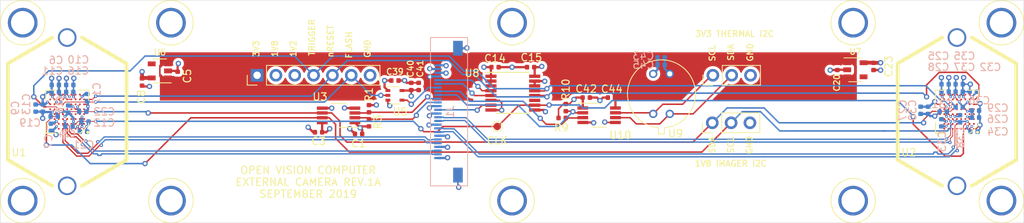
<source format=kicad_pcb>
(kicad_pcb (version 20190905) (host pcbnew "5.99.0-unknown-3cd1208~100~ubuntu18.04.1")
  (layers (0 "F.Cu" signal) (1 "In1.Cu" signal hide) (2 "In2.Cu" signal hide) (3 "In3.Cu" signal hide) (4 "In4.Cu" signal hide) (31 "B.Cu" signal) (34 "B.Paste" user) (35 "F.Paste" user hide) (36 "B.SilkS" user) (37 "F.SilkS" user) (38 "B.Mask" user) (39 "F.Mask" user hide) (44 "Edge.Cuts" user))
  (net 0 "")
  (net 1 "GND")
  (net 2 "/MIPI_CLK0+")
  (net 3 "/MIPI_CLK0-")
  (net 4 "/MIPI_DAT0+")
  (net 5 "/MIPI_DAT0-")
  (net 6 "/MIPI_CLK1+")
  (net 7 "/MIPI_CLK1-")
  (net 8 "/MIPI_DAT1+")
  (net 9 "/MIPI_DAT1-")
  (net 10 "+3V3")
  (net 11 "+1V8")
  (net 12 "+1V2")
  (net 13 "Net-(U1-PadG9)")
  (net 14 "Net-(U1-PadE9)")
  (net 15 "Net-(U1-PadA7)")
  (net 16 "Net-(U1-PadF5)")
  (net 17 "Net-(U1-PadE5)")
  (net 18 "Net-(U1-PadF4)")
  (net 19 "Net-(U1-PadE4)")
  (net 20 "Net-(U1-PadD4)")
  (net 21 "Net-(U1-PadC4)")
  (net 22 "Net-(U1-PadB4)")
  (net 23 "Net-(U1-PadA4)")
  (net 24 "Net-(U1-PadF3)")
  (net 25 "Net-(U1-PadD3)")
  (net 26 "Net-(U1-PadC3)")
  (net 27 "Net-(U1-PadE2)")
  (net 28 "Net-(U1-PadD2)")
  (net 29 "Net-(U1-PadE1)")
  (net 30 "Net-(U1-PadD1)")
  (net 31 "Net-(U1-PadC1)")
  (net 32 "Net-(U1-PadB1)")
  (net 33 "Net-(U2-PadG9)")
  (net 34 "Net-(U2-PadE9)")
  (net 35 "Net-(U2-PadA7)")
  (net 36 "Net-(U2-PadF6)")
  (net 37 "Net-(U2-PadF5)")
  (net 38 "Net-(U2-PadE5)")
  (net 39 "Net-(U2-PadF4)")
  (net 40 "Net-(U2-PadE4)")
  (net 41 "Net-(U2-PadD4)")
  (net 42 "Net-(U2-PadC4)")
  (net 43 "Net-(U2-PadB4)")
  (net 44 "Net-(U2-PadA4)")
  (net 45 "Net-(U2-PadF3)")
  (net 46 "Net-(U2-PadD3)")
  (net 47 "Net-(U2-PadC3)")
  (net 48 "Net-(U2-PadE2)")
  (net 49 "Net-(U2-PadD2)")
  (net 50 "Net-(U2-PadE1)")
  (net 51 "Net-(U2-PadD1)")
  (net 52 "Net-(U2-PadC1)")
  (net 53 "Net-(U2-PadB1)")
  (net 54 "/CAM0_2V8")
  (net 55 "/CAM1_2V8")
  (net 56 "/EXTCLK_1V2")
  (net 57 "/FLASH_1V2")
  (net 58 "/RESET_1V2")
  (net 59 "/TRIGGER_1V2")
  (net 60 "/FLASH_1V8")
  (net 61 "/RESET_1V8")
  (net 62 "/TRIGGER_1V8")
  (net 63 "/SCL0_1V8")
  (net 64 "/SDA0_1V8")
  (net 65 "/SDA0_1V2")
  (net 66 "/SDA1_1V2")
  (net 67 "/SCL0_1V2")
  (net 68 "/SCL1_1V2")
  (net 69 "/EXTCLK_1V8")
  (net 70 "Net-(U7-Pad4)")
  (net 71 "Net-(U6-Pad4)")
  (net 72 "Net-(U8-Pad11)")
  (net 73 "/SCL1_3V3")
  (net 74 "/SDA1_3V3")
  (module "Connector_PinHeader_2.54mm:PinHeader_1x03_P2.54mm_Vertical" (layer "F.Cu") (at 132.08 85.09 90)
    (fp_text reference "J6" hide)
    (fp_text value "DNP")
    (pad "3" thru_hole oval (at 0 5.08 90) (size 1.7 1.7) (drill 1) (layers *.Cu *.Mask) (net 1 "GND"))
    (pad "2" thru_hole oval (at 0 2.54 90) (size 1.7 1.7) (drill 1) (layers *.Cu *.Mask) (net 74 "/SDA1_3V3"))
    (pad "1" thru_hole circle (at 0 0 90) (size 1.7 1.7) (drill 1) (layers *.Cu *.Mask) (net 73 "/SCL1_3V3"))
  )
  (module "Capacitor_SMD:C_0402_1005Metric" (layer "B.Cu") (at 125.1 83.695 180)
    (fp_text reference "C45" (at 2.4 -0.005) (layer "B.SilkS") (effects (justify mirror)))
    (fp_text value "1u")
    (pad "2" smd roundrect (at 0.485 0 180) (size 0.59 0.64) (layers "B.Cu" "B.Paste" "B.Mask") (net 1 "GND"))
    (pad "1" smd roundrect (at -0.485 0 180) (size 0.59 0.64) (layers "B.Cu" "B.Paste" "B.Mask") (net 10 "+3V3"))
  )
  (module "Package_SO:VSSOP-8_3.0x3.0mm_P0.65mm" (layer "F.Cu") (at 116.74 90.48)
    (fp_text reference "U10" (at 2.86 2.67) (layer "F.SilkS"))
    (fp_text value "TCA9803")
    (pad "8" smd rect (at 2.2 -0.975 270) (size 0.45 1.45) (layers "F.Cu" "F.Paste" "F.Mask") (net 10 "+3V3"))
    (pad "7" smd rect (at 2.2 -0.325 270) (size 0.45 1.45) (layers "F.Cu" "F.Paste" "F.Mask") (net 73 "/SCL1_3V3"))
    (pad "6" smd rect (at 2.2 0.325 270) (size 0.45 1.45) (layers "F.Cu" "F.Paste" "F.Mask") (net 74 "/SDA1_3V3"))
    (pad "5" smd rect (at 2.2 0.975 270) (size 0.45 1.45) (layers "F.Cu" "F.Paste" "F.Mask") (net 12 "+1V2"))
    (pad "4" smd rect (at -2.2 0.975 270) (size 0.45 1.45) (layers "F.Cu" "F.Paste" "F.Mask") (net 1 "GND"))
    (pad "3" smd rect (at -2.2 0.325 270) (size 0.45 1.45) (layers "F.Cu" "F.Paste" "F.Mask") (net 66 "/SDA1_1V2"))
    (pad "2" smd rect (at -2.2 -0.325 270) (size 0.45 1.45) (layers "F.Cu" "F.Paste" "F.Mask") (net 68 "/SCL1_1V2"))
    (pad "1" smd rect (at -2.2 -0.975 270) (size 0.45 1.45) (layers "F.Cu" "F.Paste" "F.Mask") (net 12 "+1V2"))
  )
  (module "Resistor_SMD:R_0402_1005Metric" (layer "F.Cu") (at 112.25 89.45 -90)
    (fp_text reference "R10" (at -2.45 0 90) (layer "F.SilkS"))
    (fp_text value "DNP")
    (pad "2" smd roundrect (at 0.485 0 270) (size 0.59 0.64) (layers "F.Cu" "F.Paste" "F.Mask") (net 68 "/SCL1_1V2"))
    (pad "1" smd roundrect (at -0.485 0 270) (size 0.59 0.64) (layers "F.Cu" "F.Paste" "F.Mask") (net 12 "+1V2"))
  )
  (module "Resistor_SMD:R_0402_1005Metric" (layer "F.Cu") (at 111.75 90.85)
    (fp_text reference "R9" (at -0.1 1.3) (layer "F.SilkS"))
    (fp_text value "DNP")
    (pad "2" smd roundrect (at 0.485 0) (size 0.59 0.64) (layers "F.Cu" "F.Paste" "F.Mask") (net 66 "/SDA1_1V2"))
    (pad "1" smd roundrect (at -0.485 0) (size 0.59 0.64) (layers "F.Cu" "F.Paste" "F.Mask") (net 12 "+1V2"))
  )
  (module "Capacitor_SMD:C_0402_1005Metric" (layer "F.Cu") (at 118.4 88.1 180)
    (fp_text reference "C44" (at -0.05 1.15) (layer "F.SilkS"))
    (fp_text value "100n")
    (pad "2" smd roundrect (at 0.485 0 180) (size 0.59 0.64) (layers "F.Cu" "F.Paste" "F.Mask") (net 1 "GND"))
    (pad "1" smd roundrect (at -0.485 0 180) (size 0.59 0.64) (layers "F.Cu" "F.Paste" "F.Mask") (net 10 "+3V3"))
  )
  (module "Capacitor_SMD:C_0402_1005Metric" (layer "B.Cu") (at 125.1 82.695 180)
    (fp_text reference "C43" (at 2.4 0.195) (layer "B.SilkS") (effects (justify mirror)))
    (fp_text value "100n")
    (pad "2" smd roundrect (at 0.485 0 180) (size 0.59 0.64) (layers "B.Cu" "B.Paste" "B.Mask") (net 1 "GND"))
    (pad "1" smd roundrect (at -0.485 0 180) (size 0.59 0.64) (layers "B.Cu" "B.Paste" "B.Mask") (net 10 "+3V3"))
  )
  (module "Capacitor_SMD:C_0402_1005Metric" (layer "F.Cu") (at 115 88.1)
    (fp_text reference "C42" (at 0 -1.17) (layer "F.SilkS"))
    (fp_text value "100n")
    (pad "2" smd roundrect (at 0.485 0) (size 0.59 0.64) (layers "F.Cu" "F.Paste" "F.Mask") (net 1 "GND"))
    (pad "1" smd roundrect (at -0.485 0) (size 0.59 0.64) (layers "F.Cu" "F.Paste" "F.Mask") (net 12 "+1V2"))
  )
  (module "Package_TO:Melexis_TO-39" (layer "F.Cu") (at 125.15 87.6 90)
    (fp_text reference "U9" (at -5.35 1.9 180) (layer "F.SilkS"))
    (fp_text value "DNP")
    (pad "2" thru_hole circle (at 2.697728 1.117436 90) (size 1.12 1.12) (drill 0.7) (layers *.Cu *.Mask) (net 10 "+3V3"))
    (pad "3" thru_hole circle (at 2.697728 -1.117436 90) (size 1.12 1.12) (drill 0.7) (layers *.Cu *.Mask) (net 1 "GND"))
    (pad "1" thru_hole circle (at -2.697728 1.117436 90) (size 1.12 1.12) (drill 0.7) (layers *.Cu *.Mask) (net 74 "/SDA1_3V3"))
    (pad "4" thru_hole circle (at -2.697728 -1.117436 90) (size 1.12 1.12) (drill 0.7) (layers *.Cu *.Mask) (net 73 "/SCL1_3V3"))
  )
  (module "Capacitor_SMD:C_0402_1005Metric" (layer "F.Cu") (at 92.4 86.6 90)
    (fp_text reference "C41" (at 2.4 0.2 90) (layer "F.SilkS") (effects (font (size 0.8 0.8))))
    (fp_text value "10u")
    (pad "2" smd roundrect (at 0.485 0 90) (size 0.59 0.64) (layers "F.Cu" "F.Paste" "F.Mask") (net 1 "GND"))
    (pad "1" smd roundrect (at -0.485 0 90) (size 0.59 0.64) (layers "F.Cu" "F.Paste" "F.Mask") (net 12 "+1V2"))
  )
  (module "TestPoint:TestPoint_Pad_D1.0mm" (layer "F.Cu") (at 103 92)
    (fp_text reference "TP1" hide)
    (fp_text value "DNP")
    (pad "1" smd circle (at 0 0) (size 1 1) (layers "F.Cu" "F.Mask") (net 69 "/EXTCLK_1V8"))
  )
  (module "Connector_PinHeader_2.54mm:PinHeader_1x07_P2.54mm_Vertical" (layer "F.Cu") (at 70.612 85.09 90)
    (fp_text reference "J4" hide)
    (fp_text value "DNP")
    (pad "7" thru_hole oval (at 0 15.24 90) (size 1.7 1.7) (drill 1) (layers *.Cu *.Mask) (net 1 "GND"))
    (pad "6" thru_hole oval (at 0 12.7 90) (size 1.7 1.7) (drill 1) (layers *.Cu *.Mask) (net 60 "/FLASH_1V8"))
    (pad "5" thru_hole oval (at 0 10.16 90) (size 1.7 1.7) (drill 1) (layers *.Cu *.Mask) (net 61 "/RESET_1V8"))
    (pad "4" thru_hole oval (at 0 7.62 90) (size 1.7 1.7) (drill 1) (layers *.Cu *.Mask) (net 62 "/TRIGGER_1V8"))
    (pad "3" thru_hole oval (at 0 5.08 90) (size 1.7 1.7) (drill 1) (layers *.Cu *.Mask) (net 12 "+1V2"))
    (pad "2" thru_hole oval (at 0 2.54 90) (size 1.7 1.7) (drill 1) (layers *.Cu *.Mask) (net 11 "+1V8"))
    (pad "1" thru_hole rect (at 0 0 90) (size 1.7 1.7) (drill 1) (layers *.Cu *.Mask) (net 10 "+3V3"))
  )
  (module "Capacitor_SMD:C_0402_1005Metric" (layer "F.Cu") (at 91.4 86.6 90)
    (fp_text reference "C40" (at 2.4 -0.1 90) (layer "F.SilkS") (effects (font (size 0.8 0.8))))
    (fp_text value "100n")
    (pad "2" smd roundrect (at 0.485 0 90) (size 0.59 0.64) (layers "F.Cu" "F.Paste" "F.Mask") (net 1 "GND"))
    (pad "1" smd roundrect (at -0.485 0 90) (size 0.59 0.64) (layers "F.Cu" "F.Paste" "F.Mask") (net 12 "+1V2"))
  )
  (module "Capacitor_SMD:C_0402_1005Metric" (layer "F.Cu") (at 89.2 85.8)
    (fp_text reference "C39" (at 0 -1.2) (layer "F.SilkS") (effects (font (size 0.8 0.8))))
    (fp_text value "100n")
    (pad "2" smd roundrect (at 0.485 0) (size 0.59 0.64) (layers "F.Cu" "F.Paste" "F.Mask") (net 1 "GND"))
    (pad "1" smd roundrect (at -0.485 0) (size 0.59 0.64) (layers "F.Cu" "F.Paste" "F.Mask") (net 11 "+1V8"))
  )
  (module "Package_SO:TSSOP-16_4.4x5mm_P0.65mm" (layer "F.Cu") (at 105.1 87.5)
    (fp_text reference "U8" (at -5.5 -2.7) (layer "F.SilkS"))
    (fp_text value "SN74AXC4T245PWR")
    (pad "16" smd rect (at 2.95 -2.275) (size 1.5 0.45) (layers "F.Cu" "F.Paste" "F.Mask") (net 11 "+1V8"))
    (pad "15" smd rect (at 2.95 -1.625) (size 1.5 0.45) (layers "F.Cu" "F.Paste" "F.Mask") (net 1 "GND"))
    (pad "14" smd rect (at 2.95 -0.975) (size 1.5 0.45) (layers "F.Cu" "F.Paste" "F.Mask") (net 1 "GND"))
    (pad "13" smd rect (at 2.95 -0.325) (size 1.5 0.45) (layers "F.Cu" "F.Paste" "F.Mask") (net 62 "/TRIGGER_1V8"))
    (pad "12" smd rect (at 2.95 0.325) (size 1.5 0.45) (layers "F.Cu" "F.Paste" "F.Mask") (net 61 "/RESET_1V8"))
    (pad "11" smd rect (at 2.95 0.975) (size 1.5 0.45) (layers "F.Cu" "F.Paste" "F.Mask") (net 72 "Net-(U8-Pad11)"))
    (pad "10" smd rect (at 2.95 1.625) (size 1.5 0.45) (layers "F.Cu" "F.Paste" "F.Mask") (net 69 "/EXTCLK_1V8"))
    (pad "9" smd rect (at 2.95 2.275) (size 1.5 0.45) (layers "F.Cu" "F.Paste" "F.Mask") (net 1 "GND"))
    (pad "8" smd rect (at -2.95 2.275) (size 1.5 0.45) (layers "F.Cu" "F.Paste" "F.Mask") (net 1 "GND"))
    (pad "7" smd rect (at -2.95 1.625) (size 1.5 0.45) (layers "F.Cu" "F.Paste" "F.Mask") (net 56 "/EXTCLK_1V2"))
    (pad "6" smd rect (at -2.95 0.975) (size 1.5 0.45) (layers "F.Cu" "F.Paste" "F.Mask") (net 1 "GND"))
    (pad "5" smd rect (at -2.95 0.325) (size 1.5 0.45) (layers "F.Cu" "F.Paste" "F.Mask") (net 58 "/RESET_1V2"))
    (pad "4" smd rect (at -2.95 -0.325) (size 1.5 0.45) (layers "F.Cu" "F.Paste" "F.Mask") (net 59 "/TRIGGER_1V2"))
    (pad "3" smd rect (at -2.95 -0.975) (size 1.5 0.45) (layers "F.Cu" "F.Paste" "F.Mask") (net 12 "+1V2"))
    (pad "2" smd rect (at -2.95 -1.625) (size 1.5 0.45) (layers "F.Cu" "F.Paste" "F.Mask") (net 12 "+1V2"))
    (pad "1" smd rect (at -2.95 -2.275) (size 1.5 0.45) (layers "F.Cu" "F.Paste" "F.Mask") (net 12 "+1V2"))
  )
  (module "Package_TO_SOT_SMD:SOT-23-5" (layer "F.Cu") (at 151.3 84.35)
    (fp_text reference "U7" (at 0 -2.45) (layer "F.SilkS") (effects (font (size 0.8 0.8))))
    (fp_text value "LP5907MFX-2.8")
    (pad "5" smd rect (at 1.1 -0.95) (size 1.06 0.65) (layers "F.Cu" "F.Paste" "F.Mask") (net 55 "/CAM1_2V8"))
    (pad "4" smd rect (at 1.1 0.95) (size 1.06 0.65) (layers "F.Cu" "F.Paste" "F.Mask") (net 70 "Net-(U7-Pad4)"))
    (pad "3" smd rect (at -1.1 0.95) (size 1.06 0.65) (layers "F.Cu" "F.Paste" "F.Mask") (net 10 "+3V3"))
    (pad "2" smd rect (at -1.1 0) (size 1.06 0.65) (layers "F.Cu" "F.Paste" "F.Mask") (net 1 "GND"))
    (pad "1" smd rect (at -1.1 -0.95) (size 1.06 0.65) (layers "F.Cu" "F.Paste" "F.Mask") (net 10 "+3V3"))
  )
  (module "Package_TO_SOT_SMD:SOT-23-5" (layer "F.Cu") (at 57.5 84.5 180)
    (fp_text reference "U6" (at 0 2.5) (layer "F.SilkS") (effects (font (size 0.8 0.8))))
    (fp_text value "LP5907MFX-2.8")
    (pad "5" smd rect (at 1.1 -0.95 180) (size 1.06 0.65) (layers "F.Cu" "F.Paste" "F.Mask") (net 54 "/CAM0_2V8"))
    (pad "4" smd rect (at 1.1 0.95 180) (size 1.06 0.65) (layers "F.Cu" "F.Paste" "F.Mask") (net 71 "Net-(U6-Pad4)"))
    (pad "3" smd rect (at -1.1 0.95 180) (size 1.06 0.65) (layers "F.Cu" "F.Paste" "F.Mask") (net 10 "+3V3"))
    (pad "2" smd rect (at -1.1 0 180) (size 1.06 0.65) (layers "F.Cu" "F.Paste" "F.Mask") (net 1 "GND"))
    (pad "1" smd rect (at -1.1 -0.95 180) (size 1.06 0.65) (layers "F.Cu" "F.Paste" "F.Mask") (net 10 "+3V3"))
  )
  (module "Package_TO_SOT_SMD:SOT-353_SC-70-5" (layer "F.Cu") (at 89.2 87.8)
    (fp_text reference "U5" (at 0.7 2.2) (layer "F.SilkS"))
    (fp_text value "SN74AUP1T34DCK")
    (pad "5" smd rect (at 0.95 -0.65) (size 0.65 0.4) (layers "F.Cu" "F.Paste" "F.Mask") (net 12 "+1V2"))
    (pad "4" smd rect (at 0.95 0.65) (size 0.65 0.4) (layers "F.Cu" "F.Paste" "F.Mask") (net 57 "/FLASH_1V2"))
    (pad "2" smd rect (at -0.95 0) (size 0.65 0.4) (layers "F.Cu" "F.Paste" "F.Mask") (net 60 "/FLASH_1V8"))
    (pad "3" smd rect (at -0.95 0.65) (size 0.65 0.4) (layers "F.Cu" "F.Paste" "F.Mask") (net 1 "GND"))
    (pad "1" smd rect (at -0.95 -0.65) (size 0.65 0.4) (layers "F.Cu" "F.Paste" "F.Mask") (net 11 "+1V8"))
  )
  (module "Package_SO:VSSOP-8_3.0x3.0mm_P0.65mm" (layer "F.Cu") (at 81.6 90.5 180)
    (fp_text reference "U3" (at 2.5 2.5) (layer "F.SilkS"))
    (fp_text value "TCA9803")
    (pad "8" smd rect (at 2.2 -0.975 90) (size 0.45 1.45) (layers "F.Cu" "F.Paste" "F.Mask") (net 11 "+1V8"))
    (pad "7" smd rect (at 2.2 -0.325 90) (size 0.45 1.45) (layers "F.Cu" "F.Paste" "F.Mask") (net 63 "/SCL0_1V8"))
    (pad "6" smd rect (at 2.2 0.325 90) (size 0.45 1.45) (layers "F.Cu" "F.Paste" "F.Mask") (net 64 "/SDA0_1V8"))
    (pad "5" smd rect (at 2.2 0.975 90) (size 0.45 1.45) (layers "F.Cu" "F.Paste" "F.Mask") (net 12 "+1V2"))
    (pad "4" smd rect (at -2.2 0.975 90) (size 0.45 1.45) (layers "F.Cu" "F.Paste" "F.Mask") (net 1 "GND"))
    (pad "3" smd rect (at -2.2 0.325 90) (size 0.45 1.45) (layers "F.Cu" "F.Paste" "F.Mask") (net 65 "/SDA0_1V2"))
    (pad "2" smd rect (at -2.2 -0.325 90) (size 0.45 1.45) (layers "F.Cu" "F.Paste" "F.Mask") (net 67 "/SCL0_1V2"))
    (pad "1" smd rect (at -2.2 -0.975 90) (size 0.45 1.45) (layers "F.Cu" "F.Paste" "F.Mask") (net 12 "+1V2"))
  )
  (module "Resistor_SMD:R_0402_1005Metric" (layer "F.Cu") (at 85.7 91.5 90)
    (fp_text reference "R3" (at 0.1 1.2 90) (layer "F.SilkS"))
    (fp_text value "2k2")
    (pad "2" smd roundrect (at 0.485 0 90) (size 0.59 0.64) (layers "F.Cu" "F.Paste" "F.Mask") (net 67 "/SCL0_1V2"))
    (pad "1" smd roundrect (at -0.485 0 90) (size 0.59 0.64) (layers "F.Cu" "F.Paste" "F.Mask") (net 12 "+1V2"))
  )
  (module "Resistor_SMD:R_0402_1005Metric" (layer "F.Cu") (at 85.7 89.6 -90)
    (fp_text reference "R1" (at -1.9 0 90) (layer "F.SilkS"))
    (fp_text value "2k2")
    (pad "2" smd roundrect (at 0.485 0 270) (size 0.59 0.64) (layers "F.Cu" "F.Paste" "F.Mask") (net 65 "/SDA0_1V2"))
    (pad "1" smd roundrect (at -0.485 0 270) (size 0.59 0.64) (layers "F.Cu" "F.Paste" "F.Mask") (net 12 "+1V2"))
  )
  (module "Connector_PinHeader_2.54mm:PinHeader_1x03_P2.54mm_Vertical" (layer "F.Cu") (at 132 91.5 90)
    (fp_text reference "J5" hide)
    (fp_text value "DNP")
    (pad "3" thru_hole oval (at 0 5.08 90) (size 1.7 1.7) (drill 1) (layers *.Cu *.Mask) (net 1 "GND"))
    (pad "2" thru_hole oval (at 0 2.54 90) (size 1.7 1.7) (drill 1) (layers *.Cu *.Mask) (net 63 "/SCL0_1V8"))
    (pad "1" thru_hole circle (at 0 0 90) (size 1.7 1.7) (drill 1) (layers *.Cu *.Mask) (net 64 "/SDA0_1V8"))
  )
  (module "Capacitor_SMD:C_0402_1005Metric" (layer "B.Cu") (at 165.4 90.95 90)
    (fp_text reference "C38" (at -2.55 0.1 90) (layer "B.SilkS") (effects (justify mirror)))
    (fp_text value "100n")
    (pad "2" smd roundrect (at 0.485 0 90) (size 0.59 0.64) (layers "B.Cu" "B.Paste" "B.Mask") (net 1 "GND"))
    (pad "1" smd roundrect (at -0.485 0 90) (size 0.59 0.64) (layers "B.Cu" "B.Paste" "B.Mask") (net 12 "+1V2"))
  )
  (module "Capacitor_SMD:C_0402_1005Metric" (layer "B.Cu") (at 165.3 87.3)
    (fp_text reference "C37" (at 0.7 -3.3) (layer "B.SilkS") (effects (justify mirror)))
    (fp_text value "100n")
    (pad "2" smd roundrect (at 0.485 0) (size 0.59 0.64) (layers "B.Cu" "B.Paste" "B.Mask") (net 1 "GND"))
    (pad "1" smd roundrect (at -0.485 0) (size 0.59 0.64) (layers "B.Cu" "B.Paste" "B.Mask") (net 12 "+1V2"))
  )
  (module "Capacitor_SMD:C_0402_1005Metric" (layer "B.Cu") (at 165.3 89.4 180)
    (fp_text reference "C36" (at -2.7 0.9) (layer "B.SilkS") (effects (justify mirror)))
    (fp_text value "100n")
    (pad "2" smd roundrect (at 0.485 0 180) (size 0.59 0.64) (layers "B.Cu" "B.Paste" "B.Mask") (net 1 "GND"))
    (pad "1" smd roundrect (at -0.485 0 180) (size 0.59 0.64) (layers "B.Cu" "B.Paste" "B.Mask") (net 12 "+1V2"))
  )
  (module "Capacitor_SMD:C_0402_1005Metric" (layer "B.Cu") (at 165.3 86.3)
    (fp_text reference "C35" (at 0.7 -3.8) (layer "B.SilkS") (effects (justify mirror)))
    (fp_text value "100n")
    (pad "2" smd roundrect (at 0.485 0) (size 0.59 0.64) (layers "B.Cu" "B.Paste" "B.Mask") (net 1 "GND"))
    (pad "1" smd roundrect (at -0.485 0) (size 0.59 0.64) (layers "B.Cu" "B.Paste" "B.Mask") (net 12 "+1V2"))
  )
  (module "Capacitor_SMD:C_0402_1005Metric" (layer "B.Cu") (at 167.3 92.7)
    (fp_text reference "C34" (at 3.2 0) (layer "B.SilkS") (effects (justify mirror)))
    (fp_text value "100n")
    (pad "2" smd roundrect (at 0.485 0) (size 0.59 0.64) (layers "B.Cu" "B.Paste" "B.Mask") (net 1 "GND"))
    (pad "1" smd roundrect (at -0.485 0) (size 0.59 0.64) (layers "B.Cu" "B.Paste" "B.Mask") (net 12 "+1V2"))
  )
  (module "Capacitor_SMD:C_0402_1005Metric" (layer "B.Cu") (at 162.9 91.5 -90)
    (fp_text reference "C33" (at 2.5 -0.1 90) (layer "B.SilkS") (effects (justify mirror)))
    (fp_text value "100n")
    (pad "2" smd roundrect (at 0.485 0 270) (size 0.59 0.64) (layers "B.Cu" "B.Paste" "B.Mask") (net 1 "GND"))
    (pad "1" smd roundrect (at -0.485 0 270) (size 0.59 0.64) (layers "B.Cu" "B.Paste" "B.Mask") (net 11 "+1V8"))
  )
  (module "Capacitor_SMD:C_0402_1005Metric" (layer "B.Cu") (at 167.2 87.3 180)
    (fp_text reference "C32" (at -2.3 3.3) (layer "B.SilkS") (effects (justify mirror)))
    (fp_text value "100n")
    (pad "2" smd roundrect (at 0.485 0 180) (size 0.59 0.64) (layers "B.Cu" "B.Paste" "B.Mask") (net 1 "GND"))
    (pad "1" smd roundrect (at -0.485 0 180) (size 0.59 0.64) (layers "B.Cu" "B.Paste" "B.Mask") (net 55 "/CAM1_2V8"))
  )
  (module "Capacitor_SMD:C_0402_1005Metric" (layer "B.Cu") (at 163.15 90 180)
    (fp_text reference "C31" (at 0.15 1) (layer "B.SilkS") (effects (justify mirror)))
    (fp_text value "10u")
    (pad "2" smd roundrect (at 0.485 0 180) (size 0.59 0.64) (layers "B.Cu" "B.Paste" "B.Mask") (net 1 "GND"))
    (pad "1" smd roundrect (at -0.485 0 180) (size 0.59 0.64) (layers "B.Cu" "B.Paste" "B.Mask") (net 12 "+1V2"))
  )
  (module "Capacitor_SMD:C_0402_1005Metric" (layer "B.Cu") (at 161.1 89.815 -90)
    (fp_text reference "C30" (at 0 2.1 -90) (layer "B.SilkS") (effects (justify mirror)))
    (fp_text value "100n")
    (pad "2" smd roundrect (at 0.485 0 270) (size 0.59 0.64) (layers "B.Cu" "B.Paste" "B.Mask") (net 1 "GND"))
    (pad "1" smd roundrect (at -0.485 0 270) (size 0.59 0.64) (layers "B.Cu" "B.Paste" "B.Mask") (net 55 "/CAM1_2V8"))
  )
  (module "Capacitor_SMD:C_0402_1005Metric" (layer "B.Cu") (at 167.5 89.845)
    (fp_text reference "C29" (at 3 -0.345) (layer "B.SilkS") (effects (justify mirror)))
    (fp_text value "100n")
    (pad "2" smd roundrect (at 0.485 0) (size 0.59 0.64) (layers "B.Cu" "B.Paste" "B.Mask") (net 1 "GND"))
    (pad "1" smd roundrect (at -0.485 0) (size 0.59 0.64) (layers "B.Cu" "B.Paste" "B.Mask") (net 11 "+1V8"))
  )
  (module "Capacitor_SMD:C_0402_1005Metric" (layer "B.Cu") (at 163.4 87.3)
    (fp_text reference "C28" (at -0.9 -3.3) (layer "B.SilkS") (effects (justify mirror)))
    (fp_text value "100n")
    (pad "2" smd roundrect (at 0.485 0) (size 0.59 0.64) (layers "B.Cu" "B.Paste" "B.Mask") (net 1 "GND"))
    (pad "1" smd roundrect (at -0.485 0) (size 0.59 0.64) (layers "B.Cu" "B.Paste" "B.Mask") (net 55 "/CAM1_2V8"))
  )
  (module "Capacitor_SMD:C_0402_1005Metric" (layer "B.Cu") (at 160.1 89.815 -90)
    (fp_text reference "C27" (at 0 2.4 -90) (layer "B.SilkS") (effects (justify mirror)))
    (fp_text value "10u")
    (pad "2" smd roundrect (at 0.485 0 270) (size 0.59 0.64) (layers "B.Cu" "B.Paste" "B.Mask") (net 1 "GND"))
    (pad "1" smd roundrect (at -0.485 0 270) (size 0.59 0.64) (layers "B.Cu" "B.Paste" "B.Mask") (net 55 "/CAM1_2V8"))
  )
  (module "Capacitor_SMD:C_0402_1005Metric" (layer "B.Cu") (at 167.5 90.795)
    (fp_text reference "C26" (at 3 0.205) (layer "B.SilkS") (effects (justify mirror)))
    (fp_text value "10u")
    (pad "2" smd roundrect (at 0.485 0) (size 0.59 0.64) (layers "B.Cu" "B.Paste" "B.Mask") (net 1 "GND"))
    (pad "1" smd roundrect (at -0.485 0) (size 0.59 0.64) (layers "B.Cu" "B.Paste" "B.Mask") (net 11 "+1V8"))
  )
  (module "Capacitor_SMD:C_0402_1005Metric" (layer "B.Cu") (at 163.4 86.3)
    (fp_text reference "C25" (at -0.9 -3.8 180) (layer "B.SilkS") (effects (justify mirror)))
    (fp_text value "10u")
    (pad "2" smd roundrect (at 0.485 0) (size 0.59 0.64) (layers "B.Cu" "B.Paste" "B.Mask") (net 1 "GND"))
    (pad "1" smd roundrect (at -0.485 0) (size 0.59 0.64) (layers "B.Cu" "B.Paste" "B.Mask") (net 55 "/CAM1_2V8"))
  )
  (module "Capacitor_SMD:C_0402_1005Metric" (layer "B.Cu") (at 45.25 92)
    (fp_text reference "C24" (at -0.25 1 180) (layer "B.SilkS") (effects (font (size 0.8 0.8)) (justify mirror)))
    (fp_text value "100n")
    (pad "2" smd roundrect (at 0.485 0) (size 0.59 0.64) (layers "B.Cu" "B.Paste" "B.Mask") (net 1 "GND"))
    (pad "1" smd roundrect (at -0.485 0) (size 0.59 0.64) (layers "B.Cu" "B.Paste" "B.Mask") (net 12 "+1V2"))
  )
  (module "Capacitor_SMD:C_0402_1005Metric" (layer "F.Cu") (at 153.75 83.9 -90)
    (fp_text reference "C23" (at 0 -2.05 90) (layer "F.SilkS"))
    (fp_text value "1u")
    (pad "2" smd roundrect (at 0.485 0 270) (size 0.59 0.64) (layers "F.Cu" "F.Paste" "F.Mask") (net 1 "GND"))
    (pad "1" smd roundrect (at -0.485 0 270) (size 0.59 0.64) (layers "F.Cu" "F.Paste" "F.Mask") (net 55 "/CAM1_2V8"))
  )
  (module "Capacitor_SMD:C_0402_1005Metric" (layer "B.Cu") (at 47.1 90)
    (fp_text reference "C22" (at 2.9 0) (layer "B.SilkS") (effects (justify mirror)))
    (fp_text value "100n")
    (pad "2" smd roundrect (at 0.485 0) (size 0.59 0.64) (layers "B.Cu" "B.Paste" "B.Mask") (net 1 "GND"))
    (pad "1" smd roundrect (at -0.485 0) (size 0.59 0.64) (layers "B.Cu" "B.Paste" "B.Mask") (net 12 "+1V2"))
  )
  (module "Capacitor_SMD:C_0402_1005Metric" (layer "B.Cu") (at 47.2 92.7)
    (fp_text reference "C21" (at 0 1.755) (layer "B.SilkS") (effects (justify mirror)))
    (fp_text value "100n")
    (pad "2" smd roundrect (at 0.485 0) (size 0.59 0.64) (layers "B.Cu" "B.Paste" "B.Mask") (net 1 "GND"))
    (pad "1" smd roundrect (at -0.485 0) (size 0.59 0.64) (layers "B.Cu" "B.Paste" "B.Mask") (net 12 "+1V2"))
  )
  (module "Capacitor_SMD:C_0402_1005Metric" (layer "F.Cu") (at 148.865 83.9 -90)
    (fp_text reference "C20" (at 2.2 0.065 90) (layer "F.SilkS") (effects (font (size 0.8 0.8))))
    (fp_text value "1u")
    (pad "2" smd roundrect (at 0.485 0 270) (size 0.59 0.64) (layers "F.Cu" "F.Paste" "F.Mask") (net 1 "GND"))
    (pad "1" smd roundrect (at -0.485 0 270) (size 0.59 0.64) (layers "F.Cu" "F.Paste" "F.Mask") (net 10 "+3V3"))
  )
  (module "Capacitor_SMD:C_0402_1005Metric" (layer "B.Cu") (at 43.25 90.65 180)
    (fp_text reference "C19" (at 3.25 -0.85) (layer "B.SilkS") (effects (justify mirror)))
    (fp_text value "100n")
    (pad "2" smd roundrect (at 0.485 0 180) (size 0.59 0.64) (layers "B.Cu" "B.Paste" "B.Mask") (net 1 "GND"))
    (pad "1" smd roundrect (at -0.485 0 180) (size 0.59 0.64) (layers "B.Cu" "B.Paste" "B.Mask") (net 12 "+1V2"))
  )
  (module "Capacitor_SMD:C_0402_1005Metric" (layer "B.Cu") (at 45.15 89.65 -90)
    (fp_text reference "C18" (at -0.65 1.15 90) (layer "B.SilkS") (effects (font (size 0.8 0.8)) (justify mirror)))
    (fp_text value "100n")
    (pad "2" smd roundrect (at 0.485 0 270) (size 0.59 0.64) (layers "B.Cu" "B.Paste" "B.Mask") (net 1 "GND"))
    (pad "1" smd roundrect (at -0.485 0 270) (size 0.59 0.64) (layers "B.Cu" "B.Paste" "B.Mask") (net 11 "+1V8"))
  )
  (module "Capacitor_SMD:C_0402_1005Metric" (layer "B.Cu") (at 47.7 88.1 -90)
    (fp_text reference "C17" (at -0.6 -1.3 90) (layer "B.SilkS") (effects (justify mirror)))
    (fp_text value "100n")
    (pad "2" smd roundrect (at 0.485 0 270) (size 0.59 0.64) (layers "B.Cu" "B.Paste" "B.Mask") (net 1 "GND"))
    (pad "1" smd roundrect (at -0.485 0 270) (size 0.59 0.64) (layers "B.Cu" "B.Paste" "B.Mask") (net 54 "/CAM0_2V8"))
  )
  (module "Capacitor_SMD:C_0402_1005Metric" (layer "B.Cu") (at 45.35 87.35)
    (fp_text reference "C16" (at 1.15 -2.85) (layer "B.SilkS") (effects (justify mirror)))
    (fp_text value "100n")
    (pad "2" smd roundrect (at 0.485 0) (size 0.59 0.64) (layers "B.Cu" "B.Paste" "B.Mask") (net 1 "GND"))
    (pad "1" smd roundrect (at -0.485 0) (size 0.59 0.64) (layers "B.Cu" "B.Paste" "B.Mask") (net 12 "+1V2"))
  )
  (module "Capacitor_SMD:C_0402_1005Metric" (layer "F.Cu") (at 107.5 84 180)
    (fp_text reference "C15" (at -0.1 1.3) (layer "F.SilkS"))
    (fp_text value "100n")
    (pad "2" smd roundrect (at 0.485 0 180) (size 0.59 0.64) (layers "F.Cu" "F.Paste" "F.Mask") (net 1 "GND"))
    (pad "1" smd roundrect (at -0.485 0 180) (size 0.59 0.64) (layers "F.Cu" "F.Paste" "F.Mask") (net 11 "+1V8"))
  )
  (module "Capacitor_SMD:C_0402_1005Metric" (layer "F.Cu") (at 102.7 84)
    (fp_text reference "C14" (at 0 -1.17) (layer "F.SilkS"))
    (fp_text value "100n")
    (pad "2" smd roundrect (at 0.485 0) (size 0.59 0.64) (layers "F.Cu" "F.Paste" "F.Mask") (net 1 "GND"))
    (pad "1" smd roundrect (at -0.485 0) (size 0.59 0.64) (layers "F.Cu" "F.Paste" "F.Mask") (net 12 "+1V2"))
  )
  (module "Capacitor_SMD:C_0402_1005Metric" (layer "B.Cu") (at 41.7 89.515 -90)
    (fp_text reference "C13" (at -0.515 2.2 -90) (layer "B.SilkS") (effects (justify mirror)))
    (fp_text value "100n")
    (pad "2" smd roundrect (at 0.485 0 270) (size 0.59 0.64) (layers "B.Cu" "B.Paste" "B.Mask") (net 1 "GND"))
    (pad "1" smd roundrect (at -0.485 0 270) (size 0.59 0.64) (layers "B.Cu" "B.Paste" "B.Mask") (net 54 "/CAM0_2V8"))
  )
  (module "Capacitor_SMD:C_0402_1005Metric" (layer "B.Cu") (at 47.4 91.35)
    (fp_text reference "C12" (at 2.6 0.15) (layer "B.SilkS") (effects (justify mirror)))
    (fp_text value "100n")
    (pad "2" smd roundrect (at 0.485 0) (size 0.59 0.64) (layers "B.Cu" "B.Paste" "B.Mask") (net 1 "GND"))
    (pad "1" smd roundrect (at -0.485 0) (size 0.59 0.64) (layers "B.Cu" "B.Paste" "B.Mask") (net 11 "+1V8"))
  )
  (module "Capacitor_SMD:C_0402_1005Metric" (layer "B.Cu") (at 43.4 87.36)
    (fp_text reference "C11" (at -0.4 -2.86) (layer "B.SilkS") (effects (justify mirror)))
    (fp_text value "100n")
    (pad "2" smd roundrect (at 0.485 0) (size 0.59 0.64) (layers "B.Cu" "B.Paste" "B.Mask") (net 1 "GND"))
    (pad "1" smd roundrect (at -0.485 0) (size 0.59 0.64) (layers "B.Cu" "B.Paste" "B.Mask") (net 54 "/CAM0_2V8"))
  )
  (module "Capacitor_SMD:C_0402_1005Metric" (layer "B.Cu") (at 45.35 86.4)
    (fp_text reference "C10" (at 1.15 -3.4) (layer "B.SilkS") (effects (justify mirror)))
    (fp_text value "10u")
    (pad "2" smd roundrect (at 0.485 0) (size 0.59 0.64) (layers "B.Cu" "B.Paste" "B.Mask") (net 1 "GND"))
    (pad "1" smd roundrect (at -0.485 0) (size 0.59 0.64) (layers "B.Cu" "B.Paste" "B.Mask") (net 12 "+1V2"))
  )
  (module "Capacitor_SMD:C_0402_1005Metric" (layer "B.Cu") (at 40.75 89.515002 -90)
    (fp_text reference "C9" (at -0.015002 2.75 -90) (layer "B.SilkS") (effects (justify mirror)))
    (fp_text value "10u")
    (pad "2" smd roundrect (at 0.485 0 270) (size 0.59 0.64) (layers "B.Cu" "B.Paste" "B.Mask") (net 1 "GND"))
    (pad "1" smd roundrect (at -0.485 0 270) (size 0.59 0.64) (layers "B.Cu" "B.Paste" "B.Mask") (net 54 "/CAM0_2V8"))
  )
  (module "Capacitor_SMD:C_0402_1005Metric" (layer "F.Cu") (at 55.1 86 -90)
    (fp_text reference "C8" (at 2 0.1 90) (layer "F.SilkS"))
    (fp_text value "1u")
    (pad "2" smd roundrect (at 0.485 0 270) (size 0.59 0.64) (layers "F.Cu" "F.Paste" "F.Mask") (net 1 "GND"))
    (pad "1" smd roundrect (at -0.485 0 270) (size 0.59 0.64) (layers "F.Cu" "F.Paste" "F.Mask") (net 54 "/CAM0_2V8"))
  )
  (module "Capacitor_SMD:C_0402_1005Metric" (layer "B.Cu") (at 42.8 92.1 -90)
    (fp_text reference "C7" (at 1.9 0.3 90) (layer "B.SilkS") (effects (justify mirror)))
    (fp_text value "10u")
    (pad "2" smd roundrect (at 0.485 0 270) (size 0.59 0.64) (layers "B.Cu" "B.Paste" "B.Mask") (net 1 "GND"))
    (pad "1" smd roundrect (at -0.485 0 270) (size 0.59 0.64) (layers "B.Cu" "B.Paste" "B.Mask") (net 11 "+1V8"))
  )
  (module "Capacitor_SMD:C_0402_1005Metric" (layer "B.Cu") (at 43.4 86.4)
    (fp_text reference "C6" (at 0.1 -3.34) (layer "B.SilkS") (effects (justify mirror)))
    (fp_text value "10u")
    (pad "2" smd roundrect (at 0.485 0) (size 0.59 0.64) (layers "B.Cu" "B.Paste" "B.Mask") (net 1 "GND"))
    (pad "1" smd roundrect (at -0.485 0) (size 0.59 0.64) (layers "B.Cu" "B.Paste" "B.Mask") (net 54 "/CAM0_2V8"))
  )
  (module "Capacitor_SMD:C_0402_1005Metric" (layer "F.Cu") (at 59.9 85.1 90)
    (fp_text reference "C5" (at -0.1 1.3 90) (layer "F.SilkS"))
    (fp_text value "1u")
    (pad "2" smd roundrect (at 0.485 0 90) (size 0.59 0.64) (layers "F.Cu" "F.Paste" "F.Mask") (net 1 "GND"))
    (pad "1" smd roundrect (at -0.485 0 90) (size 0.59 0.64) (layers "F.Cu" "F.Paste" "F.Mask") (net 10 "+3V3"))
  )
  (module "Capacitor_SMD:C_0402_1005Metric" (layer "F.Cu") (at 78.9 92.775 180)
    (fp_text reference "C3" (at 0 -1.225) (layer "F.SilkS"))
    (fp_text value "100n")
    (pad "2" smd roundrect (at 0.485 0 180) (size 0.59 0.64) (layers "F.Cu" "F.Paste" "F.Mask") (net 1 "GND"))
    (pad "1" smd roundrect (at -0.485 0 180) (size 0.59 0.64) (layers "F.Cu" "F.Paste" "F.Mask") (net 11 "+1V8"))
  )
  (module "Capacitor_SMD:C_0402_1005Metric" (layer "F.Cu") (at 84.3 93 180)
    (fp_text reference "C1" (at 0 -1.3) (layer "F.SilkS"))
    (fp_text value "100n")
    (pad "2" smd roundrect (at 0.485 0 180) (size 0.59 0.64) (layers "F.Cu" "F.Paste" "F.Mask") (net 1 "GND"))
    (pad "1" smd roundrect (at -0.485 0 180) (size 0.59 0.64) (layers "F.Cu" "F.Paste" "F.Mask") (net 12 "+1V2"))
  )
  (module "ONSemi:BGA-72_9x8_5.545x5.565mm" (layer "F.Cu") (at 165 90 180)
    (fp_text reference "U2" (at 6.5 -5.5) (layer "F.SilkS"))
    (fp_text value "AR0144CS")
    (pad "H9" smd circle (at 2.28 2.31 180) (size 0.25 0.25) (layers "F.Cu" "F.Paste" "F.Mask") (net 55 "/CAM1_2V8"))
    (pad "G9" smd circle (at 2.28 1.65 180) (size 0.25 0.25) (layers "F.Cu" "F.Paste" "F.Mask") (net 33 "Net-(U2-PadG9)"))
    (pad "F9" smd circle (at 2.28 0.99 180) (size 0.25 0.25) (layers "F.Cu" "F.Paste" "F.Mask") (net 55 "/CAM1_2V8"))
    (pad "E9" smd circle (at 2.28 0.33 180) (size 0.25 0.25) (layers "F.Cu" "F.Paste" "F.Mask") (net 34 "Net-(U2-PadE9)"))
    (pad "D9" smd circle (at 2.28 -0.33 180) (size 0.25 0.25) (layers "F.Cu" "F.Paste" "F.Mask") (net 1 "GND"))
    (pad "H8" smd circle (at 1.71 2.31 180) (size 0.25 0.25) (layers "F.Cu" "F.Paste" "F.Mask") (net 55 "/CAM1_2V8"))
    (pad "G8" smd circle (at 1.71 1.65 180) (size 0.25 0.25) (layers "F.Cu" "F.Paste" "F.Mask") (net 55 "/CAM1_2V8"))
    (pad "F8" smd circle (at 1.71 0.99 180) (size 0.25 0.25) (layers "F.Cu" "F.Paste" "F.Mask") (net 1 "GND"))
    (pad "E8" smd circle (at 1.71 0.33 180) (size 0.25 0.25) (layers "F.Cu" "F.Paste" "F.Mask") (net 1 "GND"))
    (pad "D8" smd circle (at 1.71 -0.33 180) (size 0.25 0.25) (layers "F.Cu" "F.Paste" "F.Mask") (net 12 "+1V2"))
    (pad "C8" smd circle (at 1.71 -0.99 180) (size 0.25 0.25) (layers "F.Cu" "F.Paste" "F.Mask") (net 11 "+1V8"))
    (pad "B8" smd circle (at 1.71 -1.65 180) (size 0.25 0.25) (layers "F.Cu" "F.Paste" "F.Mask") (net 11 "+1V8"))
    (pad "A8" smd circle (at 1.71 -2.31 180) (size 0.25 0.25) (layers "F.Cu" "F.Paste" "F.Mask") (net 1 "GND"))
    (pad "H7" smd circle (at 1.14 2.31 180) (size 0.25 0.25) (layers "F.Cu" "F.Paste" "F.Mask") (net 1 "GND"))
    (pad "G7" smd circle (at 1.14 1.65 180) (size 0.25 0.25) (layers "F.Cu" "F.Paste" "F.Mask") (net 1 "GND"))
    (pad "F7" smd circle (at 1.14 0.99 180) (size 0.25 0.25) (layers "F.Cu" "F.Paste" "F.Mask") (net 1 "GND"))
    (pad "E7" smd circle (at 1.14 0.33 180) (size 0.25 0.25) (layers "F.Cu" "F.Paste" "F.Mask") (net 62 "/TRIGGER_1V8"))
    (pad "D7" smd circle (at 1.14 -0.33 180) (size 0.25 0.25) (layers "F.Cu" "F.Paste" "F.Mask") (net 1 "GND"))
    (pad "C7" smd circle (at 1.14 -0.99 180) (size 0.25 0.25) (layers "F.Cu" "F.Paste" "F.Mask") (net 63 "/SCL0_1V8"))
    (pad "B7" smd circle (at 1.14 -1.65 180) (size 0.25 0.25) (layers "F.Cu" "F.Paste" "F.Mask") (net 1 "GND"))
    (pad "A7" smd circle (at 1.14 -2.31 180) (size 0.25 0.25) (layers "F.Cu" "F.Paste" "F.Mask") (net 35 "Net-(U2-PadA7)"))
    (pad "H6" smd circle (at 0.57 2.31 180) (size 0.25 0.25) (layers "F.Cu" "F.Paste" "F.Mask") (net 1 "GND"))
    (pad "G6" smd circle (at 0.57 1.65 180) (size 0.25 0.25) (layers "F.Cu" "F.Paste" "F.Mask") (net 12 "+1V2"))
    (pad "F6" smd circle (at 0.57 0.99 180) (size 0.25 0.25) (layers "F.Cu" "F.Paste" "F.Mask") (net 36 "Net-(U2-PadF6)"))
    (pad "E6" smd circle (at 0.57 0.33 180) (size 0.25 0.25) (layers "F.Cu" "F.Paste" "F.Mask") (net 64 "/SDA0_1V8"))
    (pad "D6" smd circle (at 0.57 -0.33 180) (size 0.25 0.25) (layers "F.Cu" "F.Paste" "F.Mask") (net 1 "GND"))
    (pad "C6" smd circle (at 0.57 -0.99 180) (size 0.25 0.25) (layers "F.Cu" "F.Paste" "F.Mask") (net 12 "+1V2"))
    (pad "B6" smd circle (at 0.57 -1.65 180) (size 0.25 0.25) (layers "F.Cu" "F.Paste" "F.Mask") (net 9 "/MIPI_DAT1-"))
    (pad "A6" smd circle (at 0.57 -2.31 180) (size 0.25 0.25) (layers "F.Cu" "F.Paste" "F.Mask") (net 8 "/MIPI_DAT1+"))
    (pad "H5" smd circle (at 0 2.31 180) (size 0.25 0.25) (layers "F.Cu" "F.Paste" "F.Mask") (net 1 "GND"))
    (pad "G5" smd circle (at 0 1.65 180) (size 0.25 0.25) (layers "F.Cu" "F.Paste" "F.Mask") (net 12 "+1V2"))
    (pad "F5" smd circle (at 0 0.99 180) (size 0.25 0.25) (layers "F.Cu" "F.Paste" "F.Mask") (net 37 "Net-(U2-PadF5)"))
    (pad "E5" smd circle (at 0 0.33 180) (size 0.25 0.25) (layers "F.Cu" "F.Paste" "F.Mask") (net 38 "Net-(U2-PadE5)"))
    (pad "D5" smd circle (at 0 -0.33 180) (size 0.25 0.25) (layers "F.Cu" "F.Paste" "F.Mask") (net 1 "GND"))
    (pad "C5" smd circle (at 0 -0.99 180) (size 0.25 0.25) (layers "F.Cu" "F.Paste" "F.Mask") (net 12 "+1V2"))
    (pad "B5" smd circle (at 0 -1.65 180) (size 0.25 0.25) (layers "F.Cu" "F.Paste" "F.Mask") (net 7 "/MIPI_CLK1-"))
    (pad "A5" smd circle (at 0 -2.31 180) (size 0.25 0.25) (layers "F.Cu" "F.Paste" "F.Mask") (net 6 "/MIPI_CLK1+"))
    (pad "H4" smd circle (at -0.57 2.31 180) (size 0.25 0.25) (layers "F.Cu" "F.Paste" "F.Mask") (net 1 "GND"))
    (pad "G4" smd circle (at -0.57 1.65 180) (size 0.25 0.25) (layers "F.Cu" "F.Paste" "F.Mask") (net 12 "+1V2"))
    (pad "F4" smd circle (at -0.57 0.99 180) (size 0.25 0.25) (layers "F.Cu" "F.Paste" "F.Mask") (net 39 "Net-(U2-PadF4)"))
    (pad "E4" smd circle (at -0.57 0.33 180) (size 0.25 0.25) (layers "F.Cu" "F.Paste" "F.Mask") (net 40 "Net-(U2-PadE4)"))
    (pad "D4" smd circle (at -0.57 -0.33 180) (size 0.25 0.25) (layers "F.Cu" "F.Paste" "F.Mask") (net 41 "Net-(U2-PadD4)"))
    (pad "C4" smd circle (at -0.57 -0.99 180) (size 0.25 0.25) (layers "F.Cu" "F.Paste" "F.Mask") (net 42 "Net-(U2-PadC4)"))
    (pad "B4" smd circle (at -0.57 -1.65 180) (size 0.25 0.25) (layers "F.Cu" "F.Paste" "F.Mask") (net 43 "Net-(U2-PadB4)"))
    (pad "A4" smd circle (at -0.57 -2.31 180) (size 0.25 0.25) (layers "F.Cu" "F.Paste" "F.Mask") (net 44 "Net-(U2-PadA4)"))
    (pad "H3" smd circle (at -1.14 2.31 180) (size 0.25 0.25) (layers "F.Cu" "F.Paste" "F.Mask") (net 1 "GND"))
    (pad "G3" smd circle (at -1.14 1.65 180) (size 0.25 0.25) (layers "F.Cu" "F.Paste" "F.Mask") (net 1 "GND"))
    (pad "F3" smd circle (at -1.14 0.99 180) (size 0.25 0.25) (layers "F.Cu" "F.Paste" "F.Mask") (net 45 "Net-(U2-PadF3)"))
    (pad "E3" smd circle (at -1.14 0.33 180) (size 0.25 0.25) (layers "F.Cu" "F.Paste" "F.Mask") (net 11 "+1V8"))
    (pad "D3" smd circle (at -1.14 -0.33 180) (size 0.25 0.25) (layers "F.Cu" "F.Paste" "F.Mask") (net 46 "Net-(U2-PadD3)"))
    (pad "C3" smd circle (at -1.14 -0.99 180) (size 0.25 0.25) (layers "F.Cu" "F.Paste" "F.Mask") (net 47 "Net-(U2-PadC3)"))
    (pad "B3" smd circle (at -1.14 -1.65 180) (size 0.25 0.25) (layers "F.Cu" "F.Paste" "F.Mask") (net 69 "/EXTCLK_1V8"))
    (pad "A3" smd circle (at -1.14 -2.31 180) (size 0.25 0.25) (layers "F.Cu" "F.Paste" "F.Mask") (net 12 "+1V2"))
    (pad "H2" smd circle (at -1.71 2.31 180) (size 0.25 0.25) (layers "F.Cu" "F.Paste" "F.Mask") (net 55 "/CAM1_2V8"))
    (pad "G2" smd circle (at -1.71 1.65 180) (size 0.25 0.25) (layers "F.Cu" "F.Paste" "F.Mask") (net 55 "/CAM1_2V8"))
    (pad "F2" smd circle (at -1.71 0.99 180) (size 0.25 0.25) (layers "F.Cu" "F.Paste" "F.Mask") (net 12 "+1V2"))
    (pad "E2" smd circle (at -1.71 0.33 180) (size 0.25 0.25) (layers "F.Cu" "F.Paste" "F.Mask") (net 48 "Net-(U2-PadE2)"))
    (pad "D2" smd circle (at -1.71 -0.33 180) (size 0.25 0.25) (layers "F.Cu" "F.Paste" "F.Mask") (net 49 "Net-(U2-PadD2)"))
    (pad "C2" smd circle (at -1.71 -0.99 180) (size 0.25 0.25) (layers "F.Cu" "F.Paste" "F.Mask") (net 11 "+1V8"))
    (pad "B2" smd circle (at -1.71 -1.65 180) (size 0.25 0.25) (layers "F.Cu" "F.Paste" "F.Mask") (net 12 "+1V2"))
    (pad "A2" smd circle (at -1.71 -2.31 180) (size 0.25 0.25) (layers "F.Cu" "F.Paste" "F.Mask") (net 11 "+1V8"))
    (pad "H1" smd circle (at -2.28 2.31 180) (size 0.25 0.25) (layers "F.Cu" "F.Paste" "F.Mask") (net 55 "/CAM1_2V8"))
    (pad "G1" smd circle (at -2.28 1.65 180) (size 0.25 0.25) (layers "F.Cu" "F.Paste" "F.Mask") (net 61 "/RESET_1V8"))
    (pad "F1" smd circle (at -2.28 0.99 180) (size 0.25 0.25) (layers "F.Cu" "F.Paste" "F.Mask") (net 1 "GND"))
    (pad "E1" smd circle (at -2.28 0.33 180) (size 0.25 0.25) (layers "F.Cu" "F.Paste" "F.Mask") (net 50 "Net-(U2-PadE1)"))
    (pad "D1" smd circle (at -2.28 -0.33 180) (size 0.25 0.25) (layers "F.Cu" "F.Paste" "F.Mask") (net 51 "Net-(U2-PadD1)"))
    (pad "C1" smd circle (at -2.28 -0.99 180) (size 0.25 0.25) (layers "F.Cu" "F.Paste" "F.Mask") (net 52 "Net-(U2-PadC1)"))
    (pad "B1" smd circle (at -2.28 -1.65 180) (size 0.25 0.25) (layers "F.Cu" "F.Paste" "F.Mask") (net 53 "Net-(U2-PadB1)"))
    (pad "A1" smd circle (at -2.28 -2.31 180) (size 0.25 0.25) (layers "F.Cu" "F.Paste" "F.Mask") (net 1 "GND"))
  )
  (module "ONSemi:BGA-72_9x8_5.545x5.565mm" (layer "F.Cu") (at 45 90 180)
    (fp_text reference "U1" (at 6.5 -5.5) (layer "F.SilkS"))
    (fp_text value "AR0144CS")
    (pad "H9" smd circle (at 2.28 2.31 180) (size 0.25 0.25) (layers "F.Cu" "F.Paste" "F.Mask") (net 54 "/CAM0_2V8"))
    (pad "G9" smd circle (at 2.28 1.65 180) (size 0.25 0.25) (layers "F.Cu" "F.Paste" "F.Mask") (net 13 "Net-(U1-PadG9)"))
    (pad "F9" smd circle (at 2.28 0.99 180) (size 0.25 0.25) (layers "F.Cu" "F.Paste" "F.Mask") (net 54 "/CAM0_2V8"))
    (pad "E9" smd circle (at 2.28 0.33 180) (size 0.25 0.25) (layers "F.Cu" "F.Paste" "F.Mask") (net 14 "Net-(U1-PadE9)"))
    (pad "D9" smd circle (at 2.28 -0.33 180) (size 0.25 0.25) (layers "F.Cu" "F.Paste" "F.Mask") (net 1 "GND"))
    (pad "H8" smd circle (at 1.71 2.31 180) (size 0.25 0.25) (layers "F.Cu" "F.Paste" "F.Mask") (net 54 "/CAM0_2V8"))
    (pad "G8" smd circle (at 1.71 1.65 180) (size 0.25 0.25) (layers "F.Cu" "F.Paste" "F.Mask") (net 54 "/CAM0_2V8"))
    (pad "F8" smd circle (at 1.71 0.99 180) (size 0.25 0.25) (layers "F.Cu" "F.Paste" "F.Mask") (net 1 "GND"))
    (pad "E8" smd circle (at 1.71 0.33 180) (size 0.25 0.25) (layers "F.Cu" "F.Paste" "F.Mask") (net 1 "GND"))
    (pad "D8" smd circle (at 1.71 -0.33 180) (size 0.25 0.25) (layers "F.Cu" "F.Paste" "F.Mask") (net 12 "+1V2"))
    (pad "C8" smd circle (at 1.71 -0.99 180) (size 0.25 0.25) (layers "F.Cu" "F.Paste" "F.Mask") (net 11 "+1V8"))
    (pad "B8" smd circle (at 1.71 -1.65 180) (size 0.25 0.25) (layers "F.Cu" "F.Paste" "F.Mask") (net 11 "+1V8"))
    (pad "A8" smd circle (at 1.71 -2.31 180) (size 0.25 0.25) (layers "F.Cu" "F.Paste" "F.Mask") (net 1 "GND"))
    (pad "H7" smd circle (at 1.14 2.31 180) (size 0.25 0.25) (layers "F.Cu" "F.Paste" "F.Mask") (net 1 "GND"))
    (pad "G7" smd circle (at 1.14 1.65 180) (size 0.25 0.25) (layers "F.Cu" "F.Paste" "F.Mask") (net 1 "GND"))
    (pad "F7" smd circle (at 1.14 0.99 180) (size 0.25 0.25) (layers "F.Cu" "F.Paste" "F.Mask") (net 1 "GND"))
    (pad "E7" smd circle (at 1.14 0.33 180) (size 0.25 0.25) (layers "F.Cu" "F.Paste" "F.Mask") (net 62 "/TRIGGER_1V8"))
    (pad "D7" smd circle (at 1.14 -0.33 180) (size 0.25 0.25) (layers "F.Cu" "F.Paste" "F.Mask") (net 1 "GND"))
    (pad "C7" smd circle (at 1.14 -0.99 180) (size 0.25 0.25) (layers "F.Cu" "F.Paste" "F.Mask") (net 63 "/SCL0_1V8"))
    (pad "B7" smd circle (at 1.14 -1.65 180) (size 0.25 0.25) (layers "F.Cu" "F.Paste" "F.Mask") (net 11 "+1V8"))
    (pad "A7" smd circle (at 1.14 -2.31 180) (size 0.25 0.25) (layers "F.Cu" "F.Paste" "F.Mask") (net 15 "Net-(U1-PadA7)"))
    (pad "H6" smd circle (at 0.57 2.31 180) (size 0.25 0.25) (layers "F.Cu" "F.Paste" "F.Mask") (net 1 "GND"))
    (pad "G6" smd circle (at 0.57 1.65 180) (size 0.25 0.25) (layers "F.Cu" "F.Paste" "F.Mask") (net 12 "+1V2"))
    (pad "F6" smd circle (at 0.57 0.99 180) (size 0.25 0.25) (layers "F.Cu" "F.Paste" "F.Mask") (net 60 "/FLASH_1V8"))
    (pad "E6" smd circle (at 0.57 0.33 180) (size 0.25 0.25) (layers "F.Cu" "F.Paste" "F.Mask") (net 64 "/SDA0_1V8"))
    (pad "D6" smd circle (at 0.57 -0.33 180) (size 0.25 0.25) (layers "F.Cu" "F.Paste" "F.Mask") (net 1 "GND"))
    (pad "C6" smd circle (at 0.57 -0.99 180) (size 0.25 0.25) (layers "F.Cu" "F.Paste" "F.Mask") (net 12 "+1V2"))
    (pad "B6" smd circle (at 0.57 -1.65 180) (size 0.25 0.25) (layers "F.Cu" "F.Paste" "F.Mask") (net 5 "/MIPI_DAT0-"))
    (pad "A6" smd circle (at 0.57 -2.31 180) (size 0.25 0.25) (layers "F.Cu" "F.Paste" "F.Mask") (net 4 "/MIPI_DAT0+"))
    (pad "H5" smd circle (at 0 2.31 180) (size 0.25 0.25) (layers "F.Cu" "F.Paste" "F.Mask") (net 1 "GND"))
    (pad "G5" smd circle (at 0 1.65 180) (size 0.25 0.25) (layers "F.Cu" "F.Paste" "F.Mask") (net 12 "+1V2"))
    (pad "F5" smd circle (at 0 0.99 180) (size 0.25 0.25) (layers "F.Cu" "F.Paste" "F.Mask") (net 16 "Net-(U1-PadF5)"))
    (pad "E5" smd circle (at 0 0.33 180) (size 0.25 0.25) (layers "F.Cu" "F.Paste" "F.Mask") (net 17 "Net-(U1-PadE5)"))
    (pad "D5" smd circle (at 0 -0.33 180) (size 0.25 0.25) (layers "F.Cu" "F.Paste" "F.Mask") (net 1 "GND"))
    (pad "C5" smd circle (at 0 -0.99 180) (size 0.25 0.25) (layers "F.Cu" "F.Paste" "F.Mask") (net 12 "+1V2"))
    (pad "B5" smd circle (at 0 -1.65 180) (size 0.25 0.25) (layers "F.Cu" "F.Paste" "F.Mask") (net 3 "/MIPI_CLK0-"))
    (pad "A5" smd circle (at 0 -2.31 180) (size 0.25 0.25) (layers "F.Cu" "F.Paste" "F.Mask") (net 2 "/MIPI_CLK0+"))
    (pad "H4" smd circle (at -0.57 2.31 180) (size 0.25 0.25) (layers "F.Cu" "F.Paste" "F.Mask") (net 1 "GND"))
    (pad "G4" smd circle (at -0.57 1.65 180) (size 0.25 0.25) (layers "F.Cu" "F.Paste" "F.Mask") (net 12 "+1V2"))
    (pad "F4" smd circle (at -0.57 0.99 180) (size 0.25 0.25) (layers "F.Cu" "F.Paste" "F.Mask") (net 18 "Net-(U1-PadF4)"))
    (pad "E4" smd circle (at -0.57 0.33 180) (size 0.25 0.25) (layers "F.Cu" "F.Paste" "F.Mask") (net 19 "Net-(U1-PadE4)"))
    (pad "D4" smd circle (at -0.57 -0.33 180) (size 0.25 0.25) (layers "F.Cu" "F.Paste" "F.Mask") (net 20 "Net-(U1-PadD4)"))
    (pad "C4" smd circle (at -0.57 -0.99 180) (size 0.25 0.25) (layers "F.Cu" "F.Paste" "F.Mask") (net 21 "Net-(U1-PadC4)"))
    (pad "B4" smd circle (at -0.57 -1.65 180) (size 0.25 0.25) (layers "F.Cu" "F.Paste" "F.Mask") (net 22 "Net-(U1-PadB4)"))
    (pad "A4" smd circle (at -0.57 -2.31 180) (size 0.25 0.25) (layers "F.Cu" "F.Paste" "F.Mask") (net 23 "Net-(U1-PadA4)"))
    (pad "H3" smd circle (at -1.14 2.31 180) (size 0.25 0.25) (layers "F.Cu" "F.Paste" "F.Mask") (net 1 "GND"))
    (pad "G3" smd circle (at -1.14 1.65 180) (size 0.25 0.25) (layers "F.Cu" "F.Paste" "F.Mask") (net 1 "GND"))
    (pad "F3" smd circle (at -1.14 0.99 180) (size 0.25 0.25) (layers "F.Cu" "F.Paste" "F.Mask") (net 24 "Net-(U1-PadF3)"))
    (pad "E3" smd circle (at -1.14 0.33 180) (size 0.25 0.25) (layers "F.Cu" "F.Paste" "F.Mask") (net 11 "+1V8"))
    (pad "D3" smd circle (at -1.14 -0.33 180) (size 0.25 0.25) (layers "F.Cu" "F.Paste" "F.Mask") (net 25 "Net-(U1-PadD3)"))
    (pad "C3" smd circle (at -1.14 -0.99 180) (size 0.25 0.25) (layers "F.Cu" "F.Paste" "F.Mask") (net 26 "Net-(U1-PadC3)"))
    (pad "B3" smd circle (at -1.14 -1.65 180) (size 0.25 0.25) (layers "F.Cu" "F.Paste" "F.Mask") (net 69 "/EXTCLK_1V8"))
    (pad "A3" smd circle (at -1.14 -2.31 180) (size 0.25 0.25) (layers "F.Cu" "F.Paste" "F.Mask") (net 12 "+1V2"))
    (pad "H2" smd circle (at -1.71 2.31 180) (size 0.25 0.25) (layers "F.Cu" "F.Paste" "F.Mask") (net 54 "/CAM0_2V8"))
    (pad "G2" smd circle (at -1.71 1.65 180) (size 0.25 0.25) (layers "F.Cu" "F.Paste" "F.Mask") (net 54 "/CAM0_2V8"))
    (pad "F2" smd circle (at -1.71 0.99 180) (size 0.25 0.25) (layers "F.Cu" "F.Paste" "F.Mask") (net 12 "+1V2"))
    (pad "E2" smd circle (at -1.71 0.33 180) (size 0.25 0.25) (layers "F.Cu" "F.Paste" "F.Mask") (net 27 "Net-(U1-PadE2)"))
    (pad "D2" smd circle (at -1.71 -0.33 180) (size 0.25 0.25) (layers "F.Cu" "F.Paste" "F.Mask") (net 28 "Net-(U1-PadD2)"))
    (pad "C2" smd circle (at -1.71 -0.99 180) (size 0.25 0.25) (layers "F.Cu" "F.Paste" "F.Mask") (net 11 "+1V8"))
    (pad "B2" smd circle (at -1.71 -1.65 180) (size 0.25 0.25) (layers "F.Cu" "F.Paste" "F.Mask") (net 12 "+1V2"))
    (pad "A2" smd circle (at -1.71 -2.31 180) (size 0.25 0.25) (layers "F.Cu" "F.Paste" "F.Mask") (net 11 "+1V8"))
    (pad "H1" smd circle (at -2.28 2.31 180) (size 0.25 0.25) (layers "F.Cu" "F.Paste" "F.Mask") (net 54 "/CAM0_2V8"))
    (pad "G1" smd circle (at -2.28 1.65 180) (size 0.25 0.25) (layers "F.Cu" "F.Paste" "F.Mask") (net 61 "/RESET_1V8"))
    (pad "F1" smd circle (at -2.28 0.99 180) (size 0.25 0.25) (layers "F.Cu" "F.Paste" "F.Mask") (net 1 "GND"))
    (pad "E1" smd circle (at -2.28 0.33 180) (size 0.25 0.25) (layers "F.Cu" "F.Paste" "F.Mask") (net 29 "Net-(U1-PadE1)"))
    (pad "D1" smd circle (at -2.28 -0.33 180) (size 0.25 0.25) (layers "F.Cu" "F.Paste" "F.Mask") (net 30 "Net-(U1-PadD1)"))
    (pad "C1" smd circle (at -2.28 -0.99 180) (size 0.25 0.25) (layers "F.Cu" "F.Paste" "F.Mask") (net 31 "Net-(U1-PadC1)"))
    (pad "B1" smd circle (at -2.28 -1.65 180) (size 0.25 0.25) (layers "F.Cu" "F.Paste" "F.Mask") (net 32 "Net-(U1-PadB1)"))
    (pad "A1" smd circle (at -2.28 -2.31 180) (size 0.25 0.25) (layers "F.Cu" "F.Paste" "F.Mask") (net 1 "GND"))
  )
  (module "LensHolder:LENS_HOLDER_20MM_PT-LH010M" (layer "F.Cu") (at 165 90 -90)
    (fp_text reference "J3" hide)
    (fp_text value "DNP")
    (pad "1" thru_hole circle (at 10 0 270) (size 2.5 2.5) (drill 2) (layers *.Cu *.Mask) (net 1 "GND"))
    (pad "1" thru_hole circle (at -10 0 270) (size 2.5 2.5) (drill 2) (layers *.Cu *.Mask) (net 1 "GND"))
  )
  (module "LensHolder:LENS_HOLDER_20MM_PT-LH010M" (layer "F.Cu") (at 45 90 -90)
    (fp_text reference "J2" hide)
    (fp_text value "DNP")
    (pad "1" thru_hole circle (at 10 0 270) (size 2.5 2.5) (drill 2) (layers *.Cu *.Mask) (net 1 "GND"))
    (pad "1" thru_hole circle (at -10 0 270) (size 2.5 2.5) (drill 2) (layers *.Cu *.Mask) (net 1 "GND"))
  )
  (module "Connectors_OSRF:MOLEX_505110_2691" (layer "B.Cu") (at 95 90 -90)
    (fp_text reference "J1" (at 0 -1.65 -90) (layer "B.SilkS") (effects (justify mirror)))
    (fp_text value "FFC")
    (pad "27" smd rect (at 8.55 -2.7 270) (size 2 1.3) (layers "B.Cu" "B.Paste" "B.Mask") (net 1 "GND"))
    (pad "27" smd rect (at -8.55 -2.7 270) (size 2 1.3) (layers "B.Cu" "B.Paste" "B.Mask") (net 1 "GND"))
    (pad "26" smd rect (at 6.25 0 270) (size 0.3 1) (layers "B.Cu" "B.Paste" "B.Mask") (net 1 "GND"))
    (pad "25" smd rect (at 5.75 0 270) (size 0.3 1) (layers "B.Cu" "B.Paste" "B.Mask") (net 2 "/MIPI_CLK0+"))
    (pad "24" smd rect (at 5.25 0 270) (size 0.3 1) (layers "B.Cu" "B.Paste" "B.Mask") (net 3 "/MIPI_CLK0-"))
    (pad "23" smd rect (at 4.75 0 270) (size 0.3 1) (layers "B.Cu" "B.Paste" "B.Mask") (net 1 "GND"))
    (pad "22" smd rect (at 4.25 0 270) (size 0.3 1) (layers "B.Cu" "B.Paste" "B.Mask") (net 4 "/MIPI_DAT0+"))
    (pad "21" smd rect (at 3.75 0 270) (size 0.3 1) (layers "B.Cu" "B.Paste" "B.Mask") (net 5 "/MIPI_DAT0-"))
    (pad "20" smd rect (at 3.25 0 270) (size 0.3 1) (layers "B.Cu" "B.Paste" "B.Mask") (net 1 "GND"))
    (pad "19" smd rect (at 2.75 0 270) (size 0.3 1) (layers "B.Cu" "B.Paste" "B.Mask") (net 6 "/MIPI_CLK1+"))
    (pad "18" smd rect (at 2.25 0 270) (size 0.3 1) (layers "B.Cu" "B.Paste" "B.Mask") (net 7 "/MIPI_CLK1-"))
    (pad "17" smd rect (at 1.75 0 270) (size 0.3 1) (layers "B.Cu" "B.Paste" "B.Mask") (net 1 "GND"))
    (pad "16" smd rect (at 1.25 0 270) (size 0.3 1) (layers "B.Cu" "B.Paste" "B.Mask") (net 8 "/MIPI_DAT1+"))
    (pad "15" smd rect (at 0.75 0 270) (size 0.3 1) (layers "B.Cu" "B.Paste" "B.Mask") (net 9 "/MIPI_DAT1-"))
    (pad "14" smd rect (at 0.25 0 270) (size 0.3 1) (layers "B.Cu" "B.Paste" "B.Mask") (net 1 "GND"))
    (pad "13" smd rect (at -0.25 0 270) (size 0.3 1) (layers "B.Cu" "B.Paste" "B.Mask") (net 56 "/EXTCLK_1V2"))
    (pad "12" smd rect (at -0.75 0 270) (size 0.3 1) (layers "B.Cu" "B.Paste" "B.Mask") (net 1 "GND"))
    (pad "11" smd rect (at -1.25 0 270) (size 0.3 1) (layers "B.Cu" "B.Paste" "B.Mask") (net 67 "/SCL0_1V2"))
    (pad "10" smd rect (at -1.75 0 270) (size 0.3 1) (layers "B.Cu" "B.Paste" "B.Mask") (net 65 "/SDA0_1V2"))
    (pad "9" smd rect (at -2.25 0 270) (size 0.3 1) (layers "B.Cu" "B.Paste" "B.Mask") (net 68 "/SCL1_1V2"))
    (pad "8" smd rect (at -2.75 0 270) (size 0.3 1) (layers "B.Cu" "B.Paste" "B.Mask") (net 66 "/SDA1_1V2"))
    (pad "7" smd rect (at -3.25 0 270) (size 0.3 1) (layers "B.Cu" "B.Paste" "B.Mask") (net 57 "/FLASH_1V2"))
    (pad "6" smd rect (at -3.75 0 270) (size 0.3 1) (layers "B.Cu" "B.Paste" "B.Mask") (net 58 "/RESET_1V2"))
    (pad "5" smd rect (at -4.25 0 270) (size 0.3 1) (layers "B.Cu" "B.Paste" "B.Mask") (net 59 "/TRIGGER_1V2"))
    (pad "4" smd rect (at -4.75 0 270) (size 0.3 1) (layers "B.Cu" "B.Paste" "B.Mask") (net 10 "+3V3"))
    (pad "3" smd rect (at -5.25 0 270) (size 0.3 1) (layers "B.Cu" "B.Paste" "B.Mask") (net 11 "+1V8"))
    (pad "2" smd rect (at -5.75 0 270) (size 0.3 1) (layers "B.Cu" "B.Paste" "B.Mask") (net 12 "+1V2"))
    (pad "1" smd rect (at -6.25 0 270) (size 0.3 1) (layers "B.Cu" "B.Paste" "B.Mask") (net 1 "GND"))
  )
  (gr_text "3V3 THERMAL I2C" (at 135 79.5) (layer "F.SilkS") (effects (font (size 0.8 0.8))))
  (gr_text "1V8 IMAGER I2C" (at 134.5 97) (layer "F.SilkS") (effects (font (size 0.8 0.8))))
  (gr_text "CLK" (at 103 93.9) (layer "F.SilkS") (effects (font (size 1 1))))
  (gr_text "OPEN VISION COMPUTER\nEXTERNAL CAMERA REV.1A\nSEPTEMBER 2019" (at 77.5 99.5) (layer "F.SilkS") (effects (font (size 1 1))))
  (gr_text "SDA" (at 134.5 82 90) (layer "F.SilkS") (effects (font (size 0.8 0.8))))
  (gr_text "SCL" (at 132 82.1 90) (layer "F.SilkS") (effects (font (size 0.8 0.8))))
  (gr_text "GND" (at 137.1 82 90) (layer "F.SilkS") (effects (font (size 0.8 0.8))))
  (gr_text "GND" (at 137 94.5 90) (layer "F.SilkS") (effects (font (size 0.8 0.8))))
  (gr_text "SCL" (at 134.5 94.5 90) (layer "F.SilkS") (effects (font (size 0.8 0.8))))
  (gr_text "SDA" (at 132 94.5 90) (layer "F.SilkS") (effects (font (size 0.8 0.8))))
  (gr_text "GND" (at 85.5 81.5 90) (layer "F.SilkS") (effects (font (size 0.8 0.8))))
  (gr_text "FLASH" (at 83 81 90) (layer "F.SilkS") (effects (font (size 0.8 0.8))))
  (gr_text "nRESET" (at 80.5 80.5 90) (layer "F.SilkS") (effects (font (size 0.8 0.8))))
  (gr_text "TRIGGER" (at 78 80 90) (layer "F.SilkS") (effects (font (size 0.8 0.8))))
  (gr_text "1V2" (at 75.5 81.5 90) (layer "F.SilkS") (effects (font (size 0.8 0.8))))
  (gr_text "1V8" (at 73 81.5 90) (layer "F.SilkS") (effects (font (size 0.8 0.8))))
  (gr_text "3V3" (at 70.5 81.5 90) (layer "F.SilkS") (effects (font (size 0.8 0.8))))
  (gr_circle (center 105 78) (end 102 78) (layer "F.SilkS") (width 0.12))
  (gr_circle (center 105 102) (end 102 102) (layer "F.SilkS") (width 0.12))
  (gr_circle (center 151 78) (end 148 78) (layer "F.SilkS") (width 0.12))
  (gr_circle (center 151 102) (end 148 102) (layer "F.SilkS") (width 0.12))
  (gr_circle (center 59 78) (end 56 78) (layer "F.SilkS") (width 0.12))
  (gr_circle (center 59 102) (end 56 102) (layer "F.SilkS") (width 0.12))
  (gr_circle (center 39 78) (end 36 78) (layer "F.SilkS") (width 0.12))
  (gr_circle (center 39 102) (end 36 102) (layer "F.SilkS") (width 0.12))
  (gr_circle (center 171 102) (end 168 102) (layer "F.SilkS") (width 0.12))
  (gr_circle (center 171 78) (end 168 78) (layer "F.SilkS") (width 0.12))
  (gr_line (start 36 105) (end 36 75) (layer "Edge.Cuts") (width 0.05))
  (gr_line (start 174 105) (end 36 105) (layer "Edge.Cuts") (width 0.05))
  (gr_line (start 174 75) (end 174 105) (layer "Edge.Cuts") (width 0.05))
  (gr_line (start 36 75) (end 174 75) (layer "Edge.Cuts") (width 0.05))
  (segment (start 55.5 97) (end 61.675 90.825) (width 0.2032) (layer "F.Cu") (net 63))
  (segment (start 61.675 90.825) (end 79.4 90.825) (width 0.2032) (layer "F.Cu") (net 63))
  (segment (start 45.6 94.5) (end 42.2 94.5) (width 0.2032) (layer "B.Cu") (net 63))
  (via (at 55.5 97) (size 0.7112) (drill 0.381) (layers "F.Cu" "B.Cu") (net 63))
  (segment (start 55.5 97) (end 48.1 97) (width 0.2032) (layer "B.Cu") (net 63))
  (segment (start 48.1 97) (end 45.6 94.5) (width 0.2032) (layer "B.Cu") (net 63))
  (segment (start 131.91 85.09) (end 128 89) (width 0.2032) (layer "F.Cu") (net 73))
  (segment (start 132.08 85.09) (end 131.91 85.09) (width 0.2032) (layer "F.Cu") (net 73))
  (segment (start 128 89) (end 125.330292 89) (width 0.2032) (layer "F.Cu") (net 73))
  (segment (start 125.330292 89) (end 124.032564 90.297728) (width 0.2032) (layer "F.Cu") (net 73))
  (segment (start 114.5 89.5) (end 117.5 89.5) (width 0.2032) (layer "B.Cu") (net 69))
  (segment (start 118.5 88.5) (end 157 88.5) (width 0.2032) (layer "B.Cu") (net 69))
  (segment (start 117.5 89.5) (end 118.5 88.5) (width 0.2032) (layer "B.Cu") (net 69))
  (segment (start 110 89.1) (end 114.1 89.1) (width 0.2032) (layer "B.Cu") (net 69))
  (segment (start 157 88.5) (end 159 90.5) (width 0.2032) (layer "B.Cu") (net 69))
  (segment (start 114.1 89.1) (end 114.5 89.5) (width 0.2032) (layer "B.Cu") (net 69))
  (segment (start 159 90.6) (end 159.1 90.7) (width 0.2032) (layer "B.Cu") (net 69))
  (segment (start 159 90.5) (end 159 90.6) (width 0.2032) (layer "B.Cu") (net 69))
  (segment (start 160.8 86.5) (end 110.1 86.5) (width 0.2032) (layer "B.Cu") (net 62))
  (segment (start 162.3 88) (end 160.8 86.5) (width 0.2032) (layer "B.Cu") (net 62))
  (segment (start 110.1 86.5) (end 109.7 86.9) (width 0.2032) (layer "B.Cu") (net 62))
  (segment (start 160.4 87.5) (end 110.2 87.5) (width 0.2032) (layer "B.Cu") (net 61))
  (segment (start 160.9 88) (end 160.4 87.5) (width 0.2032) (layer "B.Cu") (net 61))
  (segment (start 110.2 87.5) (end 109.7 88) (width 0.2032) (layer "B.Cu") (net 61))
  (segment (start 141 91.5) (end 139 89.5) (width 0.2032) (layer "B.Cu") (net 64))
  (segment (start 155.3 91.5) (end 141 91.5) (width 0.2032) (layer "B.Cu") (net 64))
  (segment (start 134 89.5) (end 132 91.5) (width 0.2032) (layer "B.Cu") (net 64))
  (segment (start 139 89.5) (end 134 89.5) (width 0.2032) (layer "B.Cu") (net 64))
  (segment (start 138.5 90) (end 141.1 92.6) (width 0.2032) (layer "B.Cu") (net 63))
  (segment (start 141.1 92.6) (end 143.2 92.6) (width 0.2032) (layer "B.Cu") (net 63))
  (segment (start 136.04 90) (end 138.5 90) (width 0.2032) (layer "B.Cu") (net 63))
  (segment (start 134.54 91.5) (end 136.04 90) (width 0.2032) (layer "B.Cu") (net 63))
  (segment (start 80.3282 90.825) (end 81.2 91.6968) (width 0.2032) (layer "F.Cu") (net 63))
  (segment (start 79.4 90.825) (end 80.3282 90.825) (width 0.2032) (layer "F.Cu") (net 63))
  (segment (start 81.2 91.6968) (end 81.2 93.6) (width 0.2032) (layer "F.Cu") (net 63))
  (segment (start 81.2 93.6) (end 83.05 95.45) (width 0.2032) (layer "F.Cu") (net 63))
  (segment (start 83.05 95.45) (end 130.59 95.45) (width 0.2032) (layer "F.Cu") (net 63))
  (segment (start 130.59 95.45) (end 134.54 91.5) (width 0.2032) (layer "F.Cu") (net 63))
  (segment (start 80.675 90.175) (end 81.8 91.3) (width 0.2032) (layer "F.Cu") (net 64))
  (segment (start 79.4 90.175) (end 80.675 90.175) (width 0.2032) (layer "F.Cu") (net 64))
  (segment (start 81.8 91.3) (end 81.8 93.2) (width 0.2032) (layer "F.Cu") (net 64))
  (segment (start 81.8 93.2) (end 82.7 94.1) (width 0.2032) (layer "F.Cu") (net 64))
  (segment (start 82.7 94.1) (end 129.4 94.1) (width 0.2032) (layer "F.Cu") (net 64))
  (segment (start 129.4 94.1) (end 132 91.5) (width 0.2032) (layer "F.Cu") (net 64))
  (segment (start 134.62 85.09) (end 129.412272 90.297728) (width 0.2032) (layer "F.Cu") (net 74))
  (segment (start 129.412272 90.297728) (end 126.267436 90.297728) (width 0.2032) (layer "F.Cu") (net 74))
  (segment (start 155.3 92.6) (end 143.2 92.6) (width 0.2032) (layer "B.Cu") (net 63))
  (segment (start 114.54 91.455) (end 115.955 91.455) (width 0.3048) (layer "F.Cu") (net 1))
  (segment (start 115.955 91.455) (end 116 91.5) (width 0.3048) (layer "F.Cu") (net 1))
  (via (at 116 91.5) (size 0.7112) (drill 0.381) (layers "F.Cu" "B.Cu") (net 1))
  (segment (start 118.94 91.455) (end 117.555 91.455) (width 0.2032) (layer "F.Cu") (net 12))
  (segment (start 117.555 91.455) (end 117.5 91.4) (width 0.2032) (layer "F.Cu") (net 12))
  (via (at 117.5 91.4) (size 0.7112) (drill 0.381) (layers "F.Cu" "B.Cu") (net 12))
  (segment (start 111.2 92) (end 108.7 92) (width 0.2032) (layer "B.Cu") (net 68))
  (segment (start 108.7 92) (end 105.8 89.1) (width 0.2032) (layer "B.Cu") (net 68))
  (segment (start 113.2 90) (end 111.2 92) (width 0.2032) (layer "B.Cu") (net 68))
  (segment (start 105.8 89.1) (end 98.9 89.1) (width 0.2032) (layer "B.Cu") (net 68))
  (segment (start 98.9 89.1) (end 97.55 87.75) (width 0.2032) (layer "B.Cu") (net 68))
  (segment (start 97.55 87.75) (end 95 87.75) (width 0.2032) (layer "B.Cu") (net 68))
  (segment (start 112.235 91.17) (end 111.705 91.7) (width 0.2032) (layer "F.Cu") (net 66))
  (segment (start 109.6 91.7) (end 108.8 90.9) (width 0.2032) (layer "F.Cu") (net 66))
  (segment (start 112.235 90.85) (end 112.235 91.17) (width 0.2032) (layer "F.Cu") (net 66))
  (segment (start 111.705 91.7) (end 109.6 91.7) (width 0.2032) (layer "F.Cu") (net 66))
  (segment (start 99.3 88.6) (end 106.5 88.6) (width 0.2032) (layer "B.Cu") (net 66))
  (segment (start 95 87.25) (end 97.95 87.25) (width 0.2032) (layer "B.Cu") (net 66))
  (segment (start 106.5 88.6) (end 108.444401 90.544401) (width 0.2032) (layer "B.Cu") (net 66))
  (via (at 108.8 90.9) (size 0.7112) (drill 0.381) (layers "F.Cu" "B.Cu") (net 66))
  (segment (start 108.444401 90.544401) (end 108.8 90.9) (width 0.2032) (layer "B.Cu") (net 66))
  (segment (start 97.95 87.25) (end 99.3 88.6) (width 0.2032) (layer "B.Cu") (net 66))
  (segment (start 112.25 89.935) (end 113.135 89.935) (width 0.2032) (layer "F.Cu") (net 68))
  (segment (start 113.135 89.935) (end 113.2 90) (width 0.2032) (layer "F.Cu") (net 68))
  (segment (start 113.355 90.155) (end 113.2 90) (width 0.2032) (layer "F.Cu") (net 68))
  (via (at 113.2 90) (size 0.7112) (drill 0.381) (layers "F.Cu" "B.Cu") (net 68))
  (segment (start 114.54 90.155) (end 113.355 90.155) (width 0.2032) (layer "F.Cu") (net 68))
  (segment (start 112.235 90.85) (end 114.495 90.85) (width 0.2032) (layer "F.Cu") (net 66))
  (segment (start 114.495 90.85) (end 114.54 90.805) (width 0.2032) (layer "F.Cu") (net 66))
  (segment (start 97.7 100.1) (end 97.8 100.2) (width 0.2032) (layer "B.Cu") (net 1))
  (segment (start 97.7 98.55) (end 97.7 100.1) (width 0.2032) (layer "B.Cu") (net 1))
  (via (at 97.8 100.2) (size 0.7112) (drill 0.381) (layers "F.Cu" "B.Cu") (net 1))
  (segment (start 155 92.6) (end 155.3 92.6) (width 0.2032) (layer "B.Cu") (net 63))
  (segment (start 155.3 92.6) (end 163.7 92.6) (width 0.2032) (layer "B.Cu") (net 63))
  (segment (start 155.3 91.5) (end 160.5 91.5) (width 0.2032) (layer "B.Cu") (net 64))
  (segment (start 155 91.5) (end 155.3 91.5) (width 0.2032) (layer "B.Cu") (net 64))
  (segment (start 43.86 91.65) (end 43.86 91.609254) (width 0.1016) (layer "F.Cu") (net 11))
  (segment (start 43.86 91.609254) (end 43.550373 91.299627) (width 0.1016) (layer "F.Cu") (net 11))
  (segment (start 82.425 89.525) (end 82.4 89.5) (width 0.3048) (layer "F.Cu") (net 1))
  (segment (start 83.8 89.525) (end 82.425 89.525) (width 0.3048) (layer "F.Cu") (net 1))
  (via (at 82.4 89.5) (size 0.7112) (drill 0.381) (layers "F.Cu" "B.Cu") (net 1))
  (segment (start 79.4 89.525) (end 80.675 89.525) (width 0.3048) (layer "F.Cu") (net 12))
  (via (at 80.675 89.525) (size 0.7112) (drill 0.381) (layers "F.Cu" "B.Cu") (net 12))
  (segment (start 83.8 90.175) (end 85.61 90.175) (width 0.2032) (layer "F.Cu") (net 65))
  (segment (start 85.61 90.175) (end 85.7 90.085) (width 0.2032) (layer "F.Cu") (net 65))
  (segment (start 83.8 90.825) (end 85.51 90.825) (width 0.2032) (layer "F.Cu") (net 67))
  (segment (start 85.51 90.825) (end 85.7 91.015) (width 0.2032) (layer "F.Cu") (net 67))
  (segment (start 93.55 88.75) (end 92.1 90.2) (width 0.2032) (layer "B.Cu") (net 67))
  (segment (start 92.1 90.2) (end 92.1 90.5) (width 0.2032) (layer "B.Cu") (net 67))
  (segment (start 95 88.75) (end 93.55 88.75) (width 0.2032) (layer "B.Cu") (net 67))
  (segment (start 85.7 91.015) (end 91.585 91.015) (width 0.2032) (layer "F.Cu") (net 67))
  (segment (start 91.585 91.015) (end 92.1 90.5) (width 0.2032) (layer "F.Cu") (net 67))
  (via (at 92.1 90.5) (size 0.7112) (drill 0.381) (layers "F.Cu" "B.Cu") (net 67))
  (segment (start 93.6 88) (end 91.515 90.085) (width 0.2032) (layer "F.Cu") (net 65))
  (segment (start 91.515 90.085) (end 85.7 90.085) (width 0.2032) (layer "F.Cu") (net 65))
  (segment (start 93.85 88.25) (end 93.6 88) (width 0.2032) (layer "B.Cu") (net 65))
  (segment (start 95 88.25) (end 93.85 88.25) (width 0.2032) (layer "B.Cu") (net 65))
  (via (at 93.6 88) (size 0.7112) (drill 0.381) (layers "F.Cu" "B.Cu") (net 65))
  (segment (start 48.85 90) (end 55.75 90) (width 0.2032) (layer "B.Cu") (net 64))
  (segment (start 55.75 90) (end 55.925 90.175) (width 0.2032) (layer "B.Cu") (net 64))
  (via (at 55.925 90.175) (size 0.7112) (drill 0.381) (layers "F.Cu" "B.Cu") (net 64))
  (segment (start 79.4 90.175) (end 55.925 90.175) (width 0.2032) (layer "F.Cu") (net 64))
  (segment (start 86.685 89.115) (end 86.7 89.1) (width 0.3048) (layer "F.Cu") (net 12))
  (segment (start 85.7 89.115) (end 86.685 89.115) (width 0.3048) (layer "F.Cu") (net 12))
  (via (at 86.7 89.1) (size 0.7112) (drill 0.381) (layers "F.Cu" "B.Cu") (net 12))
  (segment (start 88.25 88.45) (end 88.25 88.95) (width 0.2032) (layer "F.Cu") (net 1))
  (segment (start 88.25 88.95) (end 88.5 89.2) (width 0.2032) (layer "F.Cu") (net 1))
  (via (at 88.5 89.2) (size 0.7112) (drill 0.381) (layers "F.Cu" "B.Cu") (net 1))
  (segment (start 85.7 91.985) (end 84.715 91.985) (width 0.3048) (layer "F.Cu") (net 12))
  (segment (start 84.715 91.985) (end 84.5125 92.1875) (width 0.3048) (layer "F.Cu") (net 12))
  (segment (start 83.6 92.8) (end 83.455599 92.655599) (width 0.3048) (layer "F.Cu") (net 1))
  (segment (start 83.455599 92.655599) (end 83.1 92.3) (width 0.3048) (layer "F.Cu") (net 1))
  (segment (start 83.815 92.8) (end 83.6 92.8) (width 0.3048) (layer "F.Cu") (net 1))
  (via (at 83.1 92.3) (size 0.7112) (drill 0.381) (layers "F.Cu" "B.Cu") (net 1))
  (via (at 84.5125 92.1875) (size 0.7112) (drill 0.381) (layers "F.Cu" "B.Cu") (net 12))
  (segment (start 84.5125 92.1875) (end 83.8 91.475) (width 0.3048) (layer "F.Cu") (net 12))
  (segment (start 78.175 92.775) (end 77.5 92.1) (width 0.3048) (layer "F.Cu") (net 1))
  (segment (start 78.415 92.775) (end 78.175 92.775) (width 0.3048) (layer "F.Cu") (net 1))
  (via (at 77.5 92.1) (size 0.7112) (drill 0.381) (layers "F.Cu" "B.Cu") (net 1))
  (segment (start 79.925 92.775) (end 80.4 92.3) (width 0.3048) (layer "F.Cu") (net 11))
  (segment (start 79.385 92.775) (end 79.925 92.775) (width 0.3048) (layer "F.Cu") (net 11))
  (via (at 80.4 92.3) (size 0.7112) (drill 0.381) (layers "F.Cu" "B.Cu") (net 11))
  (segment (start 79.385 92.775) (end 79.385 91.49) (width 0.3048) (layer "F.Cu") (net 11))
  (segment (start 79.385 91.49) (end 79.4 91.475) (width 0.3048) (layer "F.Cu") (net 11))
  (segment (start 84.785 92.8) (end 84.785 92.46) (width 0.3048) (layer "F.Cu") (net 12))
  (segment (start 84.785 92.46) (end 84.5125 92.1875) (width 0.3048) (layer "F.Cu") (net 12))
  (segment (start 91.7 91.3) (end 62.1 91.3) (width 0.2032) (layer "B.Cu") (net 69))
  (segment (start 92.7 92.3) (end 91.7 91.3) (width 0.2032) (layer "B.Cu") (net 69))
  (segment (start 62.1 91.3) (end 48.85 91.3) (width 0.2032) (layer "B.Cu") (net 69))
  (segment (start 57.75 83.55) (end 57.5 83.8) (width 0.2032) (layer "F.Cu") (net 10))
  (segment (start 58.6 83.55) (end 57.75 83.55) (width 0.2032) (layer "F.Cu") (net 10))
  (segment (start 57.5 83.8) (end 57.5 85.2) (width 0.2032) (layer "F.Cu") (net 10))
  (segment (start 57.5 85.2) (end 57.75 85.45) (width 0.2032) (layer "F.Cu") (net 10))
  (segment (start 57.75 85.45) (end 58.6 85.45) (width 0.2032) (layer "F.Cu") (net 10))
  (segment (start 124.615 83.695) (end 124.615 84.319836) (width 0.3048) (layer "B.Cu") (net 1))
  (segment (start 124.615 84.319836) (end 124.032564 84.902272) (width 0.3048) (layer "B.Cu") (net 1))
  (segment (start 125.585 83.695) (end 125.585 84.219836) (width 0.3048) (layer "B.Cu") (net 10))
  (segment (start 125.585 84.219836) (end 126.267436 84.902272) (width 0.3048) (layer "B.Cu") (net 10))
  (segment (start 125.585 82.695) (end 125.585 83.695) (width 0.3048) (layer "B.Cu") (net 10))
  (segment (start 124.615 83.695) (end 124.615 82.695) (width 0.3048) (layer "B.Cu") (net 1))
  (segment (start 112.25 88.965) (end 112.735 88.965) (width 0.2032) (layer "F.Cu") (net 12))
  (segment (start 112.735 88.965) (end 113.35 88.35) (width 0.2032) (layer "F.Cu") (net 12))
  (segment (start 111.265 90.85) (end 111.265 89.63) (width 0.2032) (layer "F.Cu") (net 12))
  (segment (start 111.265 89.63) (end 111.93 88.965) (width 0.2032) (layer "F.Cu") (net 12))
  (segment (start 111.93 88.965) (end 112.25 88.965) (width 0.2032) (layer "F.Cu") (net 12))
  (segment (start 113.6 88.1) (end 113.35 88.35) (width 0.3048) (layer "F.Cu") (net 12))
  (segment (start 114.515 88.1) (end 113.6 88.1) (width 0.3048) (layer "F.Cu") (net 12))
  (via (at 113.35 88.35) (size 0.7112) (drill 0.381) (layers "F.Cu" "B.Cu") (net 12))
  (segment (start 115.485 88.1) (end 116.45 88.1) (width 0.3048) (layer "F.Cu") (net 1))
  (segment (start 116.45 88.1) (end 116.85 88.5) (width 0.3048) (layer "F.Cu") (net 1))
  (segment (start 117.25 88.1) (end 116.85 88.5) (width 0.3048) (layer "F.Cu") (net 1))
  (segment (start 117.915 88.1) (end 117.25 88.1) (width 0.3048) (layer "F.Cu") (net 1))
  (via (at 116.85 88.5) (size 0.7112) (drill 0.381) (layers "F.Cu" "B.Cu") (net 1))
  (segment (start 118.94 89.505) (end 118.94 88.155) (width 0.3048) (layer "F.Cu") (net 10))
  (segment (start 118.94 88.155) (end 118.885 88.1) (width 0.3048) (layer "F.Cu") (net 10))
  (segment (start 114.54 89.505) (end 114.54 88.125) (width 0.3048) (layer "F.Cu") (net 12))
  (segment (start 114.54 88.125) (end 114.515 88.1) (width 0.3048) (layer "F.Cu") (net 12))
  (segment (start 121.75 91.65) (end 124.915164 91.65) (width 0.2032) (layer "F.Cu") (net 74))
  (segment (start 124.915164 91.65) (end 126.267436 90.297728) (width 0.2032) (layer "F.Cu") (net 74))
  (segment (start 120.905 90.805) (end 121.75 91.65) (width 0.2032) (layer "F.Cu") (net 74))
  (segment (start 118.94 90.805) (end 120.905 90.805) (width 0.2032) (layer "F.Cu") (net 74))
  (segment (start 118.94 90.155) (end 123.889836 90.155) (width 0.2032) (layer "F.Cu") (net 73))
  (segment (start 123.889836 90.155) (end 124.032564 90.297728) (width 0.2032) (layer "F.Cu") (net 73))
  (segment (start 161.23 89.33) (end 161.25 89.35) (width 0.3048) (layer "B.Cu") (net 55))
  (segment (start 161.25 89.35) (end 161.95 88.65) (width 0.3048) (layer "B.Cu") (net 55))
  (segment (start 161.1 89.33) (end 161.23 89.33) (width 0.3048) (layer "B.Cu") (net 55))
  (segment (start 161.95 88.65) (end 162 88.65) (width 0.3048) (layer "B.Cu") (net 55))
  (via (at 162 88.65) (size 0.7112) (drill 0.381) (layers "F.Cu" "B.Cu") (net 55))
  (segment (start 162.72 89.01) (end 162.36 89.01) (width 0.1524) (layer "F.Cu") (net 55))
  (segment (start 162.36 89.01) (end 162 88.65) (width 0.1524) (layer "F.Cu") (net 55))
  (segment (start 163.4 88.6) (end 162.9 88.6) (width 0.1524) (layer "B.Cu") (net 62))
  (segment (start 164.15 89.35) (end 163.4 88.6) (width 0.1524) (layer "B.Cu") (net 62))
  (segment (start 162.9 88.6) (end 162.3 88) (width 0.1524) (layer "B.Cu") (net 62))
  (segment (start 42.41 88.7) (end 42.35 88.7) (width 0.1524) (layer "F.Cu") (net 54))
  (segment (start 42.72 89.01) (end 42.41 88.7) (width 0.1524) (layer "F.Cu") (net 54))
  (segment (start 42.02 89.03) (end 42.35 88.7) (width 0.3048) (layer "B.Cu") (net 54))
  (segment (start 41.7 89.03) (end 42.02 89.03) (width 0.3048) (layer "B.Cu") (net 54))
  (via (at 42.35 88.7) (size 0.3556) (drill 0.1524) (layers "F.Cu" "B.Cu") (net 54))
  (segment (start 42.985 92.585) (end 43.144401 92.744401) (width 0.3048) (layer "B.Cu") (net 1))
  (segment (start 42.7 92.585) (end 42.985 92.585) (width 0.3048) (layer "B.Cu") (net 1))
  (segment (start 43.144401 92.744401) (end 43.5 93.1) (width 0.3048) (layer "B.Cu") (net 1))
  (via (at 43.5 93.1) (size 0.7112) (drill 0.381) (layers "F.Cu" "B.Cu") (net 1))
  (segment (start 91.45 89) (end 93.7 86.75) (width 0.2032) (layer "B.Cu") (net 57))
  (segment (start 91.4 89) (end 91.45 89) (width 0.2032) (layer "B.Cu") (net 57))
  (segment (start 93.7 86.75) (end 95 86.75) (width 0.2032) (layer "B.Cu") (net 57))
  (segment (start 95 89.25) (end 94.1 89.25) (width 0.3048) (layer "B.Cu") (net 1))
  (segment (start 94.1 89.25) (end 93.85 89.5) (width 0.3048) (layer "B.Cu") (net 1))
  (via (at 93.85 89.5) (size 0.7112) (drill 0.381) (layers "F.Cu" "B.Cu") (net 1))
  (segment (start 94.15 90.25) (end 93.85 90.55) (width 0.3048) (layer "B.Cu") (net 1))
  (via (at 93.85 90.55) (size 0.7112) (drill 0.381) (layers "F.Cu" "B.Cu") (net 1))
  (segment (start 95 90.25) (end 94.15 90.25) (width 0.3048) (layer "B.Cu") (net 1))
  (segment (start 100.25 89.75) (end 95 89.75) (width 0.2032) (layer "B.Cu") (net 56))
  (segment (start 100.3 89.8) (end 100.25 89.75) (width 0.2032) (layer "B.Cu") (net 56))
  (via (at 100.3 89.8) (size 0.7112) (drill 0.381) (layers "F.Cu" "B.Cu") (net 56))
  (segment (start 100.3 89.8) (end 100.975 89.125) (width 0.2032) (layer "F.Cu") (net 56))
  (segment (start 100.975 89.125) (end 102.15 89.125) (width 0.2032) (layer "F.Cu") (net 56))
  (segment (start 110.1 89.2) (end 110 89.1) (width 0.2032) (layer "B.Cu") (net 69))
  (segment (start 102.6 86.9) (end 100.2 84.5) (width 0.2032) (layer "B.Cu") (net 62))
  (segment (start 109.7 86.9) (end 102.6 86.9) (width 0.2032) (layer "B.Cu") (net 62))
  (segment (start 100.2 84.5) (end 98.5 84.5) (width 0.2032) (layer "B.Cu") (net 62))
  (segment (start 80.822 82.5) (end 78.232 85.09) (width 0.2032) (layer "B.Cu") (net 62))
  (segment (start 98.5 84.5) (end 96.5 82.5) (width 0.2032) (layer "B.Cu") (net 62))
  (segment (start 96.5 82.5) (end 80.822 82.5) (width 0.2032) (layer "B.Cu") (net 62))
  (segment (start 82.762 83.1) (end 96.45 83.1) (width 0.2032) (layer "B.Cu") (net 61))
  (segment (start 80.772 85.09) (end 82.762 83.1) (width 0.2032) (layer "B.Cu") (net 61))
  (segment (start 96.45 83.1) (end 98.35 85) (width 0.2032) (layer "B.Cu") (net 61))
  (segment (start 102.9 88) (end 109.7 88) (width 0.2032) (layer "B.Cu") (net 61))
  (segment (start 98.35 85) (end 99.9 85) (width 0.2032) (layer "B.Cu") (net 61))
  (segment (start 99.9 85) (end 102.9 88) (width 0.2032) (layer "B.Cu") (net 61))
  (segment (start 96.1 83.8) (end 96.05 83.75) (width 0.3048) (layer "B.Cu") (net 1))
  (segment (start 96.05 83.75) (end 95 83.75) (width 0.3048) (layer "B.Cu") (net 1))
  (via (at 96.1 83.8) (size 0.7112) (drill 0.381) (layers "F.Cu" "B.Cu") (net 1))
  (segment (start 44.43 94.144408) (end 46.276092 95.9905) (width 0.1778) (layer "F.Cu") (net 4))
  (segment (start 44.43 93.87) (end 44.43 94.144408) (width 0.1778) (layer "F.Cu") (net 4))
  (segment (start 49.402434 94.533487) (end 49.6 94.533487) (width 0.1778) (layer "F.Cu") (net 4))
  (segment (start 46.276092 95.9905) (end 47.945421 95.9905) (width 0.1778) (layer "F.Cu") (net 4))
  (segment (start 47.945421 95.9905) (end 49.402434 94.533487) (width 0.1778) (layer "F.Cu") (net 4))
  (segment (start 44.722599 93.898191) (end 46.433908 95.6095) (width 0.1778) (layer "F.Cu") (net 5))
  (segment (start 44.722599 93.872599) (end 44.722599 93.898191) (width 0.1778) (layer "F.Cu") (net 5))
  (segment (start 46.433908 95.6095) (end 47.787605 95.6095) (width 0.1778) (layer "F.Cu") (net 5))
  (segment (start 47.787605 95.6095) (end 49.133026 94.264079) (width 0.1778) (layer "F.Cu") (net 5))
  (segment (start 49.133026 94.264079) (end 49.133026 94.066513) (width 0.1778) (layer "F.Cu") (net 5))
  (segment (start 43.05 90.65) (end 43.52 90.65) (width 0.1016) (layer "F.Cu") (net 63))
  (segment (start 42.2 91.5) (end 43.05 90.65) (width 0.1016) (layer "F.Cu") (net 63))
  (segment (start 43.52 90.65) (end 43.86 90.99) (width 0.1016) (layer "F.Cu") (net 63))
  (segment (start 42.2 94.5) (end 42.2 91.5) (width 0.2032) (layer "F.Cu") (net 63))
  (segment (start 46.4 92.1) (end 46.5 92.2) (width 0.2032) (layer "B.Cu") (net 12))
  (segment (start 46.4 92) (end 46.4 92.1) (width 0.2032) (layer "B.Cu") (net 12))
  (segment (start 46.5 92.485) (end 46.715 92.7) (width 0.2032) (layer "B.Cu") (net 12))
  (segment (start 46.5 92.2) (end 46.5 92.485) (width 0.2032) (layer "B.Cu") (net 12))
  (segment (start 60 83.5) (end 59.9 83.6) (width 0.3048) (layer "F.Cu") (net 1))
  (via (at 60 83.5) (size 0.7112) (drill 0.381) (layers "F.Cu" "B.Cu") (net 1))
  (segment (start 59.9 83.6) (end 59.9 84.615) (width 0.3048) (layer "F.Cu") (net 1))
  (segment (start 40.5 86.5) (end 42.5 84.5) (width 0.2032) (layer "B.Cu") (net 62))
  (segment (start 53.5 84.5) (end 55.5 82.5) (width 0.2032) (layer "B.Cu") (net 62))
  (segment (start 40.5 88) (end 40.5 86.5) (width 0.2032) (layer "B.Cu") (net 62))
  (segment (start 42.5 84.5) (end 53.5 84.5) (width 0.2032) (layer "B.Cu") (net 62))
  (segment (start 55.5 82.5) (end 75.642 82.5) (width 0.2032) (layer "B.Cu") (net 62))
  (segment (start 75.642 82.5) (end 78.232 85.09) (width 0.2032) (layer "B.Cu") (net 62))
  (segment (start 87.3 87.8) (end 86.022 87.8) (width 0.2032) (layer "B.Cu") (net 60))
  (segment (start 86.022 87.8) (end 83.312 85.09) (width 0.2032) (layer "B.Cu") (net 60))
  (segment (start 83.312 85.09) (end 79.702 88.7) (width 0.2032) (layer "B.Cu") (net 60))
  (segment (start 79.702 88.7) (end 48.85 88.7) (width 0.2032) (layer "B.Cu") (net 60))
  (segment (start 80.772 85.09) (end 77.962 87.9) (width 0.2032) (layer "B.Cu") (net 61))
  (segment (start 77.962 87.9) (end 48.85 87.9) (width 0.2032) (layer "B.Cu") (net 61))
  (segment (start 41.7 89.03) (end 41.7 88) (width 0.3048) (layer "B.Cu") (net 54))
  (segment (start 42.34 87.36) (end 42.915 87.36) (width 0.3048) (layer "B.Cu") (net 54))
  (via (at 41.7 88) (size 0.7112) (drill 0.381) (layers "F.Cu" "B.Cu") (net 54))
  (segment (start 41.7 88) (end 42.34 87.36) (width 0.3048) (layer "B.Cu") (net 54))
  (segment (start 41.85 89.35) (end 42.15 89.35) (width 0.2032) (layer "F.Cu") (net 62))
  (segment (start 40.5 88) (end 41.85 89.35) (width 0.2032) (layer "F.Cu") (net 62))
  (via (at 40.5 88) (size 0.7112) (drill 0.381) (layers "F.Cu" "B.Cu") (net 62))
  (segment (start 160.5 91.1) (end 161.65 89.95) (width 0.1524) (layer "F.Cu") (net 64))
  (segment (start 160.5 91.5) (end 160.5 91.1) (width 0.1524) (layer "F.Cu") (net 64))
  (segment (start 161.65 89.95) (end 162.1 89.95) (width 0.1524) (layer "F.Cu") (net 64))
  (segment (start 159.1 91.7) (end 163.4 96) (width 0.2032) (layer "F.Cu") (net 69))
  (segment (start 165.862599 95.637401) (end 165.862599 93.062599) (width 0.2032) (layer "F.Cu") (net 69))
  (segment (start 159.1 90.7) (end 159.1 91.7) (width 0.2032) (layer "F.Cu") (net 69))
  (segment (start 163.4 96) (end 165.5 96) (width 0.2032) (layer "F.Cu") (net 69))
  (segment (start 165.5 96) (end 165.862599 95.637401) (width 0.2032) (layer "F.Cu") (net 69))
  (segment (start 164.1 94.1) (end 164.1 93.6) (width 0.1016) (layer "F.Cu") (net 8))
  (segment (start 164.05 94.15) (end 164.1 94.1) (width 0.1016) (layer "F.Cu") (net 8))
  (segment (start 164.1 93.6) (end 164.43 93.27) (width 0.1016) (layer "F.Cu") (net 8))
  (segment (start 164.43 93.27) (end 164.43 92.31) (width 0.1016) (layer "F.Cu") (net 8))
  (segment (start 164.722599 94.577401) (end 164.722599 91.927401) (width 0.1016) (layer "F.Cu") (net 7))
  (segment (start 164.5 94.8) (end 164.722599 94.577401) (width 0.1016) (layer "F.Cu") (net 7))
  (segment (start 164.722599 91.927401) (end 165 91.65) (width 0.1016) (layer "F.Cu") (net 7))
  (segment (start 165 95.2) (end 164.869408 95.2) (width 0.1778) (layer "B.Cu") (net 6))
  (segment (start 165.05 95.25) (end 165 95.2) (width 0.1016) (layer "F.Cu") (net 6))
  (segment (start 165.05 95.25) (end 165 95.2) (width 0.1778) (layer "B.Cu") (net 6))
  (segment (start 165 95.2) (end 165 92.31) (width 0.1016) (layer "F.Cu") (net 6))
  (via (at 165.05 95.25) (size 0.4572) (drill 0.2032) (layers "F.Cu" "B.Cu") (net 6))
  (segment (start 164.6 94.9) (end 164.6 94.930592) (width 0.1778) (layer "B.Cu") (net 7))
  (segment (start 164.5 94.8) (end 164.6 94.9) (width 0.1778) (layer "B.Cu") (net 7))
  (via (at 164.5 94.8) (size 0.4572) (drill 0.2032) (layers "F.Cu" "B.Cu") (net 7))
  (segment (start 163.2 94.15) (end 163.15 94.1) (width 0.1778) (layer "B.Cu") (net 8))
  (segment (start 164.05 94.15) (end 163.2 94.15) (width 0.1778) (layer "B.Cu") (net 8))
  (segment (start 163.15 94.1) (end 101.530592 94.1) (width 0.1778) (layer "B.Cu") (net 8))
  (segment (start 98.621092 91.1905) (end 95.809501 91.1905) (width 0.1778) (layer "B.Cu") (net 8))
  (segment (start 101.530592 94.1) (end 98.621092 91.1905) (width 0.1778) (layer "B.Cu") (net 8))
  (segment (start 95.809501 91.1905) (end 95.750001 91.25) (width 0.1778) (layer "B.Cu") (net 8))
  (segment (start 95.750001 91.25) (end 95 91.25) (width 0.1778) (layer "B.Cu") (net 8))
  (via (at 164.05 94.15) (size 0.4572) (drill 0.2032) (layers "F.Cu" "B.Cu") (net 8))
  (segment (start 163.7 92.6) (end 164.15 92.15) (width 0.2032) (layer "B.Cu") (net 63))
  (segment (start 164.15 92.15) (end 164.15 92.05) (width 0.2032) (layer "B.Cu") (net 63))
  (via (at 160.5 91.5) (size 0.7112) (drill 0.381) (layers "F.Cu" "B.Cu") (net 64))
  (segment (start 163.015 91.015) (end 163.3 91.3) (width 0.2032) (layer "B.Cu") (net 11))
  (segment (start 162.9 91.015) (end 163.015 91.015) (width 0.2032) (layer "B.Cu") (net 11))
  (segment (start 163.3 91.3) (end 163.6 91.3) (width 0.2032) (layer "B.Cu") (net 11))
  (segment (start 163.554855 91.955602) (end 162.929398 91.955602) (width 0.2032) (layer "B.Cu") (net 1))
  (segment (start 162.929398 91.955602) (end 162.9 91.985) (width 0.2032) (layer "B.Cu") (net 1))
  (segment (start 160.9 86.4) (end 162.6 84.7) (width 0.2032) (layer "F.Cu") (net 61))
  (segment (start 160.9 88) (end 160.9 86.4) (width 0.2032) (layer "F.Cu") (net 61))
  (segment (start 166.3 84.7) (end 167.95 86.35) (width 0.2032) (layer "F.Cu") (net 61))
  (segment (start 162.6 84.7) (end 166.3 84.7) (width 0.2032) (layer "F.Cu") (net 61))
  (segment (start 166.71 88.35) (end 167 88.06) (width 0.1016) (layer "F.Cu") (net 55))
  (segment (start 167 88.06) (end 167 88) (width 0.1016) (layer "F.Cu") (net 55))
  (segment (start 165.785 86.3) (end 166.8 86.3) (width 0.2032) (layer "B.Cu") (net 1))
  (segment (start 166.715 86.385) (end 166.8 86.3) (width 0.2032) (layer "B.Cu") (net 1))
  (segment (start 166.715 87.3) (end 166.715 86.385) (width 0.2032) (layer "B.Cu") (net 1))
  (via (at 166.8 86.3) (size 0.7112) (drill 0.381) (layers "F.Cu" "B.Cu") (net 1))
  (segment (start 167.0425 88) (end 167.685 87.3575) (width 0.2032) (layer "B.Cu") (net 55))
  (segment (start 167 88) (end 167.0425 88) (width 0.2032) (layer "B.Cu") (net 55))
  (segment (start 167.685 87.3575) (end 167.685 87.3) (width 0.2032) (layer "B.Cu") (net 55))
  (segment (start 166.715 87.3) (end 165.785 87.3) (width 0.2032) (layer "B.Cu") (net 1))
  (segment (start 168.1 92.3) (end 167.9 92.5) (width 0.2032) (layer "B.Cu") (net 1))
  (segment (start 167.9 92.585) (end 167.785 92.7) (width 0.2032) (layer "B.Cu") (net 1))
  (segment (start 168.1 91.8) (end 168.1 92.3) (width 0.2032) (layer "B.Cu") (net 1))
  (segment (start 167.9 92.5) (end 167.9 92.585) (width 0.2032) (layer "B.Cu") (net 1))
  (segment (start 166.4 92) (end 166.4 92.285) (width 0.2032) (layer "B.Cu") (net 12))
  (segment (start 166.4 92.285) (end 166.815 92.7) (width 0.2032) (layer "B.Cu") (net 12))
  (segment (start 167.985 89.845) (end 168.1 89.73) (width 0.2032) (layer "B.Cu") (net 1))
  (segment (start 168.1 89.73) (end 168.1 88.9) (width 0.2032) (layer "B.Cu") (net 1))
  (segment (start 168.1 91.8) (end 168.1 90.91) (width 0.2032) (layer "B.Cu") (net 1))
  (segment (start 168.1 90.91) (end 167.985 90.795) (width 0.2032) (layer "B.Cu") (net 1))
  (segment (start 167.59 92.31) (end 167.28 92.31) (width 0.1524) (layer "F.Cu") (net 1))
  (segment (start 168.1 91.8) (end 167.59 92.31) (width 0.1524) (layer "F.Cu") (net 1))
  (via (at 168.1 91.8) (size 0.7112) (drill 0.381) (layers "F.Cu" "B.Cu") (net 1))
  (segment (start 167 92) (end 166.71 92.29) (width 0.1016) (layer "F.Cu") (net 11))
  (via (at 167 92) (size 0.3556) (drill 0.1524) (layers "F.Cu" "B.Cu") (net 11))
  (segment (start 166.71 92.29) (end 166.71 92.31) (width 0.1016) (layer "F.Cu") (net 11))
  (segment (start 166.71 91.65) (end 166.71 91.630001) (width 0.1016) (layer "F.Cu") (net 12))
  (segment (start 166.71 91.630001) (end 166.4 91.320001) (width 0.1016) (layer "F.Cu") (net 12))
  (segment (start 165.514999 91.320001) (end 165.4 91.435) (width 0.2032) (layer "B.Cu") (net 12))
  (segment (start 166.4 91.320001) (end 165.514999 91.320001) (width 0.2032) (layer "B.Cu") (net 12))
  (via (at 166.4 91.320001) (size 0.3556) (drill 0.1524) (layers "F.Cu" "B.Cu") (net 12))
  (segment (start 166.14 92.31) (end 166.4 92.05) (width 0.1016) (layer "F.Cu") (net 12))
  (via (at 166.4 92) (size 0.3556) (drill 0.1524) (layers "F.Cu" "B.Cu") (net 12))
  (segment (start 166.4 92.05) (end 166.4 92) (width 0.1016) (layer "F.Cu") (net 12))
  (segment (start 166.71 91.69) (end 166.71 91.65) (width 0.1016) (layer "F.Cu") (net 12))
  (segment (start 166.4 92) (end 166.71 91.69) (width 0.1016) (layer "F.Cu") (net 12))
  (segment (start 164.7 91.3) (end 165.265 91.3) (width 0.2032) (layer "B.Cu") (net 12))
  (segment (start 165.265 91.3) (end 165.4 91.435) (width 0.2032) (layer "B.Cu") (net 12))
  (segment (start 164.7 90.65) (end 165.215 90.65) (width 0.2032) (layer "B.Cu") (net 1))
  (segment (start 165.215 90.65) (end 165.4 90.465) (width 0.2032) (layer "B.Cu") (net 1))
  (segment (start 163.86 90.99) (end 164.15 91.28) (width 0.1016) (layer "F.Cu") (net 63))
  (segment (start 164.15 91.28) (end 164.15 91.3) (width 0.1016) (layer "F.Cu") (net 63))
  (segment (start 162 90.6) (end 162.065 90.6) (width 0.2032) (layer "B.Cu") (net 1))
  (segment (start 162.065 90.6) (end 162.665 90) (width 0.2032) (layer "B.Cu") (net 1))
  (segment (start 163.6 90.65) (end 163.6 90.035) (width 0.2032) (layer "B.Cu") (net 12))
  (segment (start 163.6 90.035) (end 163.635 90) (width 0.2032) (layer "B.Cu") (net 12))
  (segment (start 164.43 90.33) (end 164.7 90.6) (width 0.1016) (layer "F.Cu") (net 1))
  (segment (start 164.7 90.6) (end 164.7 90.65) (width 0.1016) (layer "F.Cu") (net 1))
  (segment (start 164.43 90.33) (end 164.15 90.61) (width 0.1016) (layer "F.Cu") (net 1))
  (segment (start 164.15 90.61) (end 164.15 90.65) (width 0.1016) (layer "F.Cu") (net 1))
  (segment (start 163.86 90.33) (end 164.15 90.62) (width 0.1016) (layer "F.Cu") (net 1))
  (segment (start 164.15 90.62) (end 164.15 90.65) (width 0.1016) (layer "F.Cu") (net 1))
  (segment (start 163.6 90.65) (end 163.29 90.34) (width 0.1016) (layer "F.Cu") (net 12))
  (via (at 163.6 90.65) (size 0.3556) (drill 0.1524) (layers "F.Cu" "B.Cu") (net 12))
  (segment (start 163.29 90.34) (end 163.29 90.33) (width 0.1016) (layer "F.Cu") (net 12))
  (segment (start 164.7 90.65) (end 165 90.35) (width 0.1016) (layer "F.Cu") (net 1))
  (via (at 164.7 90.65) (size 0.3556) (drill 0.1524) (layers "F.Cu" "B.Cu") (net 1))
  (segment (start 165 90.35) (end 165 90.33) (width 0.1016) (layer "F.Cu") (net 1))
  (segment (start 164.15 91.3) (end 164.15 92.05) (width 0.1524) (layer "B.Cu") (net 63))
  (via (at 164.15 91.3) (size 0.3556) (drill 0.1524) (layers "F.Cu" "B.Cu") (net 63))
  (via (at 164.15 90.65) (size 0.3556) (drill 0.1524) (layers "F.Cu" "B.Cu") (net 1))
  (segment (start 165.884215 89.25) (end 165.9 89.25) (width 0.2032) (layer "B.Cu") (net 12))
  (segment (start 165.9 89.25) (end 166.45 88.7) (width 0.2032) (layer "B.Cu") (net 12))
  (segment (start 165.3 88.8) (end 165.785 89.285) (width 0.2032) (layer "B.Cu") (net 12))
  (segment (start 165.3 88.665785) (end 165.3 88.8) (width 0.2032) (layer "B.Cu") (net 12))
  (segment (start 165.785 89.285) (end 165.785 89.4) (width 0.2032) (layer "B.Cu") (net 12))
  (segment (start 164.15 88.65) (end 164.815 89.315) (width 0.2032) (layer "B.Cu") (net 1))
  (segment (start 164.815 89.315) (end 164.815 89.4) (width 0.2032) (layer "B.Cu") (net 1))
  (segment (start 165 88.35) (end 165 88.365785) (width 0.1016) (layer "F.Cu") (net 12))
  (segment (start 165 88.365785) (end 165.3 88.665785) (width 0.1016) (layer "F.Cu") (net 12))
  (segment (start 165.3 88.62) (end 165.57 88.35) (width 0.1016) (layer "F.Cu") (net 12))
  (segment (start 165.3 88.665785) (end 165.3 88.62) (width 0.1016) (layer "F.Cu") (net 12))
  (via (at 165.3 88.665785) (size 0.3556) (drill 0.1524) (layers "F.Cu" "B.Cu") (net 12))
  (segment (start 167.99 89.01) (end 167.28 89.01) (width 0.1524) (layer "F.Cu") (net 1))
  (segment (start 168.1 88.9) (end 167.99 89.01) (width 0.1524) (layer "F.Cu") (net 1))
  (via (at 168.1 88.9) (size 0.7112) (drill 0.381) (layers "F.Cu" "B.Cu") (net 1))
  (segment (start 164.152442 87.652442) (end 164 87.5) (width 0.2032) (layer "B.Cu") (net 1))
  (segment (start 164.152442 87.997558) (end 164.152442 87.652442) (width 0.2032) (layer "B.Cu") (net 1))
  (segment (start 164 87.5) (end 164 87.415) (width 0.2032) (layer "B.Cu") (net 1))
  (segment (start 164 87.415) (end 163.885 87.3) (width 0.2032) (layer "B.Cu") (net 1))
  (segment (start 163.885 86.3) (end 163.885 85.415) (width 0.2032) (layer "B.Cu") (net 1))
  (segment (start 163.885 85.415) (end 163.9 85.4) (width 0.2032) (layer "B.Cu") (net 1))
  (segment (start 165.785 85.515) (end 165.9 85.4) (width 0.2032) (layer "B.Cu") (net 1))
  (segment (start 165.785 86.3) (end 165.785 85.515) (width 0.2032) (layer "B.Cu") (net 1))
  (via (at 165.9 85.4) (size 0.7112) (drill 0.381) (layers "F.Cu" "B.Cu") (net 1))
  (segment (start 164.815 85.485) (end 164.9 85.4) (width 0.2032) (layer "B.Cu") (net 12))
  (segment (start 164.815 86.3) (end 164.815 85.485) (width 0.2032) (layer "B.Cu") (net 12))
  (via (at 164.9 85.4) (size 0.7112) (drill 0.381) (layers "F.Cu" "B.Cu") (net 12))
  (segment (start 162.915 85.415) (end 162.9 85.4) (width 0.2032) (layer "B.Cu") (net 55))
  (segment (start 162.915 86.3) (end 162.915 85.415) (width 0.2032) (layer "B.Cu") (net 55))
  (via (at 162.9 85.4) (size 0.7112) (drill 0.381) (layers "F.Cu" "B.Cu") (net 55))
  (segment (start 165.785 87.3) (end 165.785 86.3) (width 0.2032) (layer "B.Cu") (net 1))
  (segment (start 164.815 87.3) (end 164.815 86.3) (width 0.2032) (layer "B.Cu") (net 12))
  (segment (start 165.299469 87.875266) (end 165.785 87.389735) (width 0.2032) (layer "B.Cu") (net 1))
  (segment (start 165.299469 88) (end 165.299469 87.875266) (width 0.2032) (layer "B.Cu") (net 1))
  (segment (start 165.785 87.389735) (end 165.785 87.3) (width 0.2032) (layer "B.Cu") (net 1))
  (segment (start 165.85 88) (end 165.85 87.365) (width 0.2032) (layer "B.Cu") (net 1))
  (segment (start 165.85 87.365) (end 165.785 87.3) (width 0.2032) (layer "B.Cu") (net 1))
  (segment (start 164.7 88) (end 164.7 87.415) (width 0.2032) (layer "B.Cu") (net 12))
  (segment (start 164.7 87.415) (end 164.815 87.3) (width 0.2032) (layer "B.Cu") (net 12))
  (segment (start 163.29 88.35) (end 163.29 88.29) (width 0.1016) (layer "F.Cu") (net 55))
  (segment (start 163.29 88.29) (end 163 88) (width 0.1016) (layer "F.Cu") (net 55))
  (segment (start 163.29 87.69) (end 163 87.98) (width 0.1016) (layer "F.Cu") (net 55))
  (segment (start 163 87.98) (end 163 88) (width 0.1016) (layer "F.Cu") (net 55))
  (segment (start 162.72 87.69) (end 163 87.97) (width 0.1016) (layer "F.Cu") (net 55))
  (segment (start 163 87.97) (end 163 88) (width 0.1016) (layer "F.Cu") (net 55))
  (segment (start 163 88) (end 163 87.48) (width 0.2032) (layer "B.Cu") (net 55))
  (via (at 163 88) (size 0.3556) (drill 0.1524) (layers "F.Cu" "B.Cu") (net 55))
  (segment (start 163 87.48) (end 162.865 87.345) (width 0.2032) (layer "B.Cu") (net 55))
  (segment (start 167.28 87.69) (end 167 87.97) (width 0.1016) (layer "F.Cu") (net 55))
  (segment (start 167 87.97) (end 167 88) (width 0.1016) (layer "F.Cu") (net 55))
  (segment (start 166.71 87.69) (end 167 87.98) (width 0.1016) (layer "F.Cu") (net 55))
  (segment (start 167 87.98) (end 167 88) (width 0.1016) (layer "F.Cu") (net 55))
  (via (at 167 88) (size 0.3556) (drill 0.1524) (layers "F.Cu" "B.Cu") (net 55))
  (segment (start 166.14 88.35) (end 166.14 88.29) (width 0.1016) (layer "F.Cu") (net 1))
  (segment (start 166.14 88.29) (end 165.85 88) (width 0.1016) (layer "F.Cu") (net 1))
  (segment (start 165.57 87.69) (end 165.85 87.97) (width 0.1016) (layer "F.Cu") (net 1))
  (segment (start 165.85 87.97) (end 165.85 88) (width 0.1016) (layer "F.Cu") (net 1))
  (segment (start 166.14 87.69) (end 166.14 87.71) (width 0.1016) (layer "F.Cu") (net 1))
  (segment (start 166.14 87.71) (end 165.85 88) (width 0.1016) (layer "F.Cu") (net 1))
  (via (at 165.85 88) (size 0.3556) (drill 0.1524) (layers "F.Cu" "B.Cu") (net 1))
  (segment (start 165.57 87.69) (end 165.299469 87.960531) (width 0.1016) (layer "F.Cu") (net 1))
  (segment (start 165.299469 87.960531) (end 165.299469 88) (width 0.1016) (layer "F.Cu") (net 1))
  (segment (start 165 87.69) (end 165 87.700531) (width 0.1016) (layer "F.Cu") (net 1))
  (segment (start 165 87.700531) (end 165.299469 88) (width 0.1016) (layer "F.Cu") (net 1))
  (via (at 165.299469 88) (size 0.3556) (drill 0.1524) (layers "F.Cu" "B.Cu") (net 1))
  (segment (start 164.152442 87.997558) (end 164.43 87.72) (width 0.1016) (layer "F.Cu") (net 1))
  (via (at 164.152442 87.997558) (size 0.3556) (drill 0.1524) (layers "F.Cu" "B.Cu") (net 1))
  (segment (start 164.43 87.72) (end 164.43 87.69) (width 0.1016) (layer "F.Cu") (net 1))
  (segment (start 164.152442 87.997558) (end 163.86 87.705116) (width 0.1016) (layer "F.Cu") (net 1))
  (segment (start 163.86 87.705116) (end 163.86 87.69) (width 0.1016) (layer "F.Cu") (net 1))
  (segment (start 165 88.3) (end 165 88.35) (width 0.1016) (layer "F.Cu") (net 12))
  (segment (start 164.7 88) (end 165 88.3) (width 0.1016) (layer "F.Cu") (net 12))
  (via (at 164.7 88) (size 0.3556) (drill 0.1524) (layers "F.Cu" "B.Cu") (net 12))
  (segment (start 164.7 88) (end 164.7 88.08) (width 0.1016) (layer "F.Cu") (net 12))
  (segment (start 164.7 88.08) (end 164.43 88.35) (width 0.1016) (layer "F.Cu") (net 12))
  (segment (start 163.9 85.4) (end 163.9 85.515) (width 0.2032) (layer "B.Cu") (net 1))
  (via (at 163.9 85.4) (size 0.7112) (drill 0.381) (layers "F.Cu" "B.Cu") (net 1))
  (via (at 160.9 88) (size 0.7112) (drill 0.381) (layers "F.Cu" "B.Cu") (net 61))
  (via (at 159.1 90.7) (size 0.7112) (drill 0.381) (layers "F.Cu" "B.Cu") (net 69))
  (segment (start 161.1 90.3) (end 161.4 90.6) (width 0.3048) (layer "B.Cu") (net 1))
  (segment (start 161.4 90.6) (end 162 90.6) (width 0.3048) (layer "B.Cu") (net 1))
  (segment (start 162.1 90.6) (end 162.37 90.33) (width 0.1524) (layer "F.Cu") (net 1))
  (segment (start 162 90.6) (end 162.1 90.6) (width 0.1524) (layer "F.Cu") (net 1))
  (segment (start 162.37 90.33) (end 162.72 90.33) (width 0.1524) (layer "F.Cu") (net 1))
  (via (at 162 90.6) (size 0.7112) (drill 0.381) (layers "F.Cu" "B.Cu") (net 1))
  (segment (start 163.885 87.345) (end 163.885 86.4) (width 0.2032) (layer "B.Cu") (net 1))
  (segment (start 41.7 90) (end 40.750002 90) (width 0.3048) (layer "B.Cu") (net 1))
  (segment (start 40.750002 90) (end 40.75 90.000002) (width 0.3048) (layer "B.Cu") (net 1))
  (via (at 56.1 86.6) (size 0.7112) (drill 0.381) (layers "F.Cu" "B.Cu") (net 1))
  (segment (start 58.6 84.5) (end 59.785 84.5) (width 0.3048) (layer "F.Cu") (net 1))
  (segment (start 59.785 84.5) (end 59.9 84.615) (width 0.3048) (layer "F.Cu") (net 1))
  (segment (start 154.685 83.415) (end 154.7 83.4) (width 0.3048) (layer "F.Cu") (net 55))
  (segment (start 153.75 83.415) (end 154.685 83.415) (width 0.508) (layer "F.Cu") (net 55))
  (via (at 154.7 83.4) (size 0.7112) (drill 0.381) (layers "F.Cu" "B.Cu") (net 55))
  (segment (start 152.4 83.4) (end 153.735 83.4) (width 0.508) (layer "F.Cu") (net 55))
  (segment (start 153.735 83.4) (end 153.75 83.415) (width 0.3048) (layer "F.Cu") (net 55))
  (segment (start 154.685 84.385) (end 154.7 84.4) (width 0.3048) (layer "F.Cu") (net 1))
  (segment (start 153.75 84.385) (end 154.685 84.385) (width 0.3048) (layer "F.Cu") (net 1))
  (via (at 154.7 84.4) (size 0.7112) (drill 0.381) (layers "F.Cu" "B.Cu") (net 1))
  (segment (start 147.915 84.385) (end 147.9 84.4) (width 0.3048) (layer "F.Cu") (net 1))
  (via (at 147.9 84.4) (size 0.7112) (drill 0.381) (layers "F.Cu" "B.Cu") (net 1))
  (segment (start 148.865 84.385) (end 147.915 84.385) (width 0.3048) (layer "F.Cu") (net 1))
  (segment (start 150.2 84.35) (end 148.9 84.35) (width 0.3048) (layer "F.Cu") (net 1))
  (segment (start 148.9 84.35) (end 148.865 84.385) (width 0.3048) (layer "F.Cu") (net 1))
  (segment (start 109.275 89.775) (end 109.5 90) (width 0.3048) (layer "F.Cu") (net 1))
  (segment (start 108.05 89.775) (end 109.275 89.775) (width 0.3048) (layer "F.Cu") (net 1))
  (via (at 109.5 90) (size 0.7112) (drill 0.381) (layers "F.Cu" "B.Cu") (net 1))
  (segment (start 109.375 85.875) (end 109.4 85.9) (width 0.3048) (layer "F.Cu") (net 1))
  (segment (start 108.05 85.875) (end 109.375 85.875) (width 0.3048) (layer "F.Cu") (net 1))
  (via (at 109.4 85.9) (size 0.7112) (drill 0.381) (layers "F.Cu" "B.Cu") (net 1))
  (segment (start 108.05 86.525) (end 108.05 85.875) (width 0.3048) (layer "F.Cu") (net 1))
  (segment (start 108.9 84) (end 109 83.9) (width 0.3048) (layer "F.Cu") (net 11))
  (segment (start 107.985 84) (end 108.9 84) (width 0.3048) (layer "F.Cu") (net 11))
  (via (at 109 83.9) (size 0.7112) (drill 0.381) (layers "F.Cu" "B.Cu") (net 11))
  (segment (start 108.05 85.225) (end 108.05 84.065) (width 0.3048) (layer "F.Cu") (net 11))
  (segment (start 108.05 84.065) (end 107.985 84) (width 0.3048) (layer "F.Cu") (net 11))
  (segment (start 107.015 84) (end 105 84) (width 0.3048) (layer "F.Cu") (net 1))
  (segment (start 103.185 84) (end 105 84) (width 0.3048) (layer "F.Cu") (net 1))
  (via (at 105 84) (size 0.7112) (drill 0.381) (layers "F.Cu" "B.Cu") (net 1))
  (segment (start 102.215 84) (end 101.2 84) (width 0.3048) (layer "F.Cu") (net 12))
  (via (at 101.2 84) (size 0.7112) (drill 0.381) (layers "F.Cu" "B.Cu") (net 12))
  (segment (start 102.15 85.225) (end 102.15 84.065) (width 0.3048) (layer "F.Cu") (net 12))
  (segment (start 102.15 84.065) (end 102.215 84) (width 0.3048) (layer "F.Cu") (net 12))
  (segment (start 102.15 85.875) (end 102.15 85.225) (width 0.2032) (layer "F.Cu") (net 12))
  (segment (start 102.15 86.525) (end 102.15 85.875) (width 0.2032) (layer "F.Cu") (net 12))
  (segment (start 90.15 87.15) (end 91.335 87.15) (width 0.3048) (layer "F.Cu") (net 12))
  (segment (start 91.335 87.15) (end 91.4 87.085) (width 0.3048) (layer "F.Cu") (net 12))
  (segment (start 98.85 81.45) (end 98.9 81.4) (width 0.3048) (layer "B.Cu") (net 1))
  (segment (start 97.7 81.45) (end 98.85 81.45) (width 0.3048) (layer "B.Cu") (net 1))
  (via (at 98.9 81.4) (size 0.7112) (drill 0.381) (layers "F.Cu" "B.Cu") (net 1))
  (segment (start 95 84.75) (end 96.05 84.75) (width 0.3048) (layer "B.Cu") (net 11))
  (segment (start 96.05 84.75) (end 96.1 84.8) (width 0.3048) (layer "B.Cu") (net 11))
  (via (at 96.1 84.8) (size 0.7112) (drill 0.381) (layers "F.Cu" "B.Cu") (net 11))
  (segment (start 95 84.25) (end 93.95 84.25) (width 0.3048) (layer "B.Cu") (net 12))
  (segment (start 93.95 84.25) (end 93.9 84.2) (width 0.3048) (layer "B.Cu") (net 12))
  (via (at 93.9 84.2) (size 0.7112) (drill 0.381) (layers "F.Cu" "B.Cu") (net 12))
  (segment (start 95 85.25) (end 93.95 85.25) (width 0.3048) (layer "B.Cu") (net 10))
  (segment (start 93.95 85.25) (end 93.9 85.3) (width 0.3048) (layer "B.Cu") (net 10))
  (via (at 93.9 85.3) (size 0.7112) (drill 0.381) (layers "F.Cu" "B.Cu") (net 10))
  (segment (start 163.978908 96.0905) (end 164.869408 95.2) (width 0.1778) (layer "B.Cu") (net 6))
  (segment (start 100.421092 96.0905) (end 163.978908 96.0905) (width 0.1778) (layer "B.Cu") (net 6))
  (segment (start 97.021092 92.6905) (end 100.421092 96.0905) (width 0.1778) (layer "B.Cu") (net 6))
  (segment (start 95.750001 92.75) (end 95.809501 92.6905) (width 0.1778) (layer "B.Cu") (net 6))
  (segment (start 95 92.75) (end 95.750001 92.75) (width 0.1778) (layer "B.Cu") (net 6))
  (segment (start 95.809501 92.6905) (end 97.021092 92.6905) (width 0.1778) (layer "B.Cu") (net 6))
  (segment (start 98.778908 90.8095) (end 95.809501 90.8095) (width 0.1778) (layer "B.Cu") (net 9))
  (segment (start 101.688408 93.719) (end 98.778908 90.8095) (width 0.1778) (layer "B.Cu") (net 9))
  (segment (start 95.809501 90.8095) (end 95.750001 90.75) (width 0.1778) (layer "B.Cu") (net 9))
  (segment (start 95.750001 90.75) (end 95 90.75) (width 0.1778) (layer "B.Cu") (net 9))
  (segment (start 163.6 93.7) (end 163.581 93.719) (width 0.1778) (layer "B.Cu") (net 9))
  (segment (start 163.581 93.719) (end 101.688408 93.719) (width 0.1778) (layer "B.Cu") (net 9))
  (segment (start 164.869408 95.2) (end 164.378908 95.6905) (width 0.1778) (layer "B.Cu") (net 6))
  (segment (start 164.6 94.930592) (end 164.221092 95.3095) (width 0.1778) (layer "B.Cu") (net 7))
  (segment (start 164.152599 91.927401) (end 164.152599 93.147401) (width 0.1016) (layer "F.Cu") (net 9))
  (segment (start 164.152599 93.147401) (end 163.828599 93.471401) (width 0.1016) (layer "F.Cu") (net 9))
  (segment (start 163.828599 93.471401) (end 163.6 93.7) (width 0.1016) (layer "F.Cu") (net 9))
  (segment (start 164.43 91.65) (end 164.152599 91.927401) (width 0.1016) (layer "F.Cu") (net 9))
  (via (at 163.6 93.7) (size 0.4572) (drill 0.2032) (layers "F.Cu" "B.Cu") (net 9))
  (segment (start 96.25 96.25) (end 96.3 96.2) (width 0.3048) (layer "B.Cu") (net 1))
  (segment (start 95 96.25) (end 96.25 96.25) (width 0.3048) (layer "B.Cu") (net 1))
  (via (at 96.3 96.2) (size 0.7112) (drill 0.381) (layers "F.Cu" "B.Cu") (net 1))
  (segment (start 96.25 94.75) (end 96.3 94.8) (width 0.3048) (layer "B.Cu") (net 1))
  (via (at 96.3 94.8) (size 0.7112) (drill 0.381) (layers "F.Cu" "B.Cu") (net 1))
  (segment (start 95 94.75) (end 96.25 94.75) (width 0.3048) (layer "B.Cu") (net 1))
  (segment (start 93.85 91.75) (end 93.8 91.8) (width 0.3048) (layer "B.Cu") (net 1))
  (segment (start 95 91.75) (end 93.85 91.75) (width 0.3048) (layer "B.Cu") (net 1))
  (via (at 93.8 91.8) (size 0.7112) (drill 0.381) (layers "F.Cu" "B.Cu") (net 1))
  (segment (start 43.885 87.36) (end 43.885 86.4) (width 0.3048) (layer "B.Cu") (net 1))
  (segment (start 42.915 87.36) (end 42.915 86.4) (width 0.3048) (layer "B.Cu") (net 54))
  (segment (start 43.86 89.01) (end 43.55 88.7) (width 0.1016) (layer "F.Cu") (net 1))
  (segment (start 46.71 89.04) (end 46.4 89.35) (width 0.1016) (layer "F.Cu") (net 12))
  (segment (start 46.71 89.01) (end 46.71 89.04) (width 0.1016) (layer "F.Cu") (net 12))
  (via (at 46.4 89.35) (size 0.3556) (drill 0.1524) (layers "F.Cu" "B.Cu") (net 12))
  (segment (start 46.134403 89.67) (end 45.806023 89.34162) (width 0.1016) (layer "F.Cu") (net 11))
  (via (at 45.806023 89.34162) (size 0.3556) (drill 0.1524) (layers "F.Cu" "B.Cu") (net 11))
  (segment (start 46.14 89.67) (end 46.134403 89.67) (width 0.1016) (layer "F.Cu") (net 11))
  (segment (start 43.54 89.35) (end 42.15 89.35) (width 0.1016) (layer "F.Cu") (net 62))
  (segment (start 43.86 89.67) (end 43.54 89.35) (width 0.1016) (layer "F.Cu") (net 62))
  (segment (start 43.29 89.67) (end 43.29 89.758176) (width 0.1016) (layer "F.Cu") (net 1))
  (segment (start 43.29 89.758176) (end 42.999072 90.049104) (width 0.1016) (layer "F.Cu") (net 1))
  (segment (start 43.29 88.96) (end 43.55 88.7) (width 0.1016) (layer "F.Cu") (net 1))
  (segment (start 43.29 89.01) (end 43.29 88.96) (width 0.1016) (layer "F.Cu") (net 1))
  (via (at 43.55 88.7) (size 0.3556) (drill 0.1524) (layers "F.Cu" "B.Cu") (net 1))
  (segment (start 42.72 90.328176) (end 42.999072 90.049104) (width 0.1016) (layer "F.Cu") (net 1))
  (segment (start 42.72 90.33) (end 42.72 90.328176) (width 0.1016) (layer "F.Cu") (net 1))
  (via (at 42.999072 90.049104) (size 0.3556) (drill 0.1524) (layers "F.Cu" "B.Cu") (net 1))
  (segment (start 45 90.33) (end 45 90.35) (width 0.1016) (layer "F.Cu") (net 1))
  (segment (start 45 90.35) (end 44.7 90.65) (width 0.1016) (layer "F.Cu") (net 1))
  (segment (start 44.43 90.38) (end 44.7 90.65) (width 0.1016) (layer "F.Cu") (net 1))
  (segment (start 44.43 90.33) (end 44.43 90.38) (width 0.1016) (layer "F.Cu") (net 1))
  (via (at 44.7 90.65) (size 0.3556) (drill 0.1524) (layers "F.Cu" "B.Cu") (net 1))
  (segment (start 46.71 90.988176) (end 46.999104 90.699072) (width 0.1016) (layer "F.Cu") (net 11))
  (segment (start 46.71 90.99) (end 46.71 90.988176) (width 0.1016) (layer "F.Cu") (net 11))
  (via (at 46.999104 90.699072) (size 0.3556) (drill 0.1524) (layers "F.Cu" "B.Cu") (net 11))
  (segment (start 45.57 88.35) (end 45 88.35) (width 0.1016) (layer "F.Cu") (net 12))
  (segment (start 45 87.7) (end 45.3 88) (width 0.1016) (layer "F.Cu") (net 1))
  (segment (start 45 87.69) (end 45 87.7) (width 0.1016) (layer "F.Cu") (net 1))
  (via (at 45.3 88) (size 0.3556) (drill 0.1524) (layers "F.Cu" "B.Cu") (net 1))
  (segment (start 43.29 90.31) (end 43.6 90) (width 0.1016) (layer "F.Cu") (net 12))
  (segment (start 43.29 90.33) (end 43.29 90.31) (width 0.1016) (layer "F.Cu") (net 12))
  (via (at 43.6 90) (size 0.3556) (drill 0.1524) (layers "F.Cu" "B.Cu") (net 12))
  (segment (start 43.86 90.29) (end 44.15 90) (width 0.1016) (layer "F.Cu") (net 1))
  (segment (start 43.86 90.33) (end 43.86 90.29) (width 0.1016) (layer "F.Cu") (net 1))
  (via (at 44.15 90) (size 0.3556) (drill 0.1524) (layers "F.Cu" "B.Cu") (net 1))
  (segment (start 43.29 92.26) (end 43.55 92) (width 0.1016) (layer "F.Cu") (net 1))
  (segment (start 43.29 92.31) (end 43.29 92.26) (width 0.1016) (layer "F.Cu") (net 1))
  (via (at 43.55 92) (size 0.3556) (drill 0.1524) (layers "F.Cu" "B.Cu") (net 1))
  (segment (start 45 92.31) (end 45 92.75) (width 0.1016) (layer "F.Cu") (net 2))
  (segment (start 45.292599 91.942599) (end 45.292599 92.642599) (width 0.1016) (layer "F.Cu") (net 3))
  (segment (start 45 91.65) (end 45.292599 91.942599) (width 0.1016) (layer "F.Cu") (net 3))
  (segment (start 44.43 93.75) (end 44.43 93.87) (width 0.1016) (layer "F.Cu") (net 4))
  (segment (start 44.43 92.31) (end 44.43 93.75) (width 0.1016) (layer "F.Cu") (net 4))
  (segment (start 44.43 91.899446) (end 44.722599 92.192045) (width 0.1016) (layer "F.Cu") (net 5))
  (segment (start 44.43 91.65) (end 44.43 91.899446) (width 0.1016) (layer "F.Cu") (net 5))
  (segment (start 44.722599 92.192045) (end 44.722599 93.75) (width 0.1016) (layer "F.Cu") (net 5))
  (via (at 39 78) (size 4) (drill 3.15) (layers "F.Cu" "B.Cu") (net 0))
  (via (at 39 102) (size 4) (drill 3.15) (layers "F.Cu" "B.Cu") (net 0))
  (via (at 171 102) (size 4) (drill 3.15) (layers "F.Cu" "B.Cu") (net 0))
  (via (at 171 78) (size 4) (drill 3.15) (layers "F.Cu" "B.Cu") (net 0))
  (via (at 59 78) (size 4) (drill 3.15) (layers "F.Cu" "B.Cu") (net 0))
  (via (at 59 102) (size 4) (drill 3.15) (layers "F.Cu" "B.Cu") (net 0))
  (via (at 151 102) (size 4) (drill 3.15) (layers "F.Cu" "B.Cu") (net 0))
  (via (at 151 78) (size 4) (drill 3.15) (layers "F.Cu" "B.Cu") (net 0))
  (via (at 105 102) (size 4) (drill 3.15) (layers "F.Cu" "B.Cu") (net 0))
  (via (at 105 78) (size 4) (drill 3.15) (layers "F.Cu" "B.Cu") (net 0))
  (segment (start 40.750002 89.03) (end 40.75 89.030002) (width 0.1524) (layer "B.Cu") (net 54))
  (segment (start 41.7 89.03) (end 40.750002 89.03) (width 0.2032) (layer "B.Cu") (net 54))
  (segment (start 161.1 89.33) (end 160.1 89.33) (width 0.3048) (layer "B.Cu") (net 55))
  (segment (start 163.29 87.69) (end 163.29 87.705115) (width 0.1016) (layer "F.Cu") (net 55))
  (segment (start 163.29 88.35) (end 163.286987 88.35) (width 0.1016) (layer "F.Cu") (net 55))
  (segment (start 162.915 87.345) (end 162.915 86.4) (width 0.2032) (layer "B.Cu") (net 55))
  (segment (start 166.71 88.35) (end 166.71 88.34) (width 0.1016) (layer "F.Cu") (net 55))
  (segment (start 166.14 87.69) (end 166.14 87.705115) (width 0.1016) (layer "F.Cu") (net 1))
  (segment (start 166.14 88.35) (end 166.136987 88.35) (width 0.1016) (layer "F.Cu") (net 1))
  (via (at 164.15 88.65) (size 0.3556) (drill 0.1524) (layers "F.Cu" "B.Cu") (net 1))
  (segment (start 163.86 88.35) (end 163.86 88.36) (width 0.1016) (layer "F.Cu") (net 1))
  (segment (start 163.86 88.36) (end 164.15 88.65) (width 0.1016) (layer "F.Cu") (net 1))
  (segment (start 163.86 88.94) (end 164.15 88.65) (width 0.1016) (layer "F.Cu") (net 1))
  (segment (start 163.86 89.01) (end 163.86 88.94) (width 0.1016) (layer "F.Cu") (net 1))
  (via (at 166.4 89.95) (size 0.3556) (drill 0.1524) (layers "F.Cu" "B.Cu") (net 11))
  (segment (start 166.14 89.67) (end 166.14 89.69) (width 0.1016) (layer "F.Cu") (net 11))
  (segment (start 166.14 89.69) (end 166.4 89.95) (width 0.1016) (layer "F.Cu") (net 11))
  (segment (start 166.91 89.95) (end 167.015 89.845) (width 0.2032) (layer "B.Cu") (net 11))
  (segment (start 166.4 89.95) (end 166.91 89.95) (width 0.2032) (layer "B.Cu") (net 11))
  (segment (start 167.015 89.845) (end 167.015 90.795) (width 0.2032) (layer "B.Cu") (net 11))
  (via (at 166.409957 90.688895) (size 0.3556) (drill 0.1524) (layers "F.Cu" "B.Cu") (net 11))
  (segment (start 166.71 90.99) (end 166.71 90.988938) (width 0.1016) (layer "F.Cu") (net 11))
  (segment (start 166.71 90.988938) (end 166.409957 90.688895) (width 0.1016) (layer "F.Cu") (net 11))
  (segment (start 166.908895 90.688895) (end 167.015 90.795) (width 0.2032) (layer "B.Cu") (net 11))
  (segment (start 166.409957 90.688895) (end 166.908895 90.688895) (width 0.2032) (layer "B.Cu") (net 11))
  (segment (start 166.71 91.65) (end 166.703752 91.65) (width 0.1016) (layer "F.Cu") (net 12))
  (segment (start 164.43 90.33) (end 164.42 90.33) (width 0.1016) (layer "F.Cu") (net 1))
  (via (at 166.45 88.7) (size 0.3556) (drill 0.1524) (layers "F.Cu" "B.Cu") (net 12))
  (segment (start 166.71 89.01) (end 166.71 88.96) (width 0.1016) (layer "F.Cu") (net 12))
  (segment (start 166.71 88.96) (end 166.45 88.7) (width 0.1016) (layer "F.Cu") (net 12))
  (via (at 164.7 91.3) (size 0.3556) (drill 0.1524) (layers "F.Cu" "B.Cu") (net 12))
  (segment (start 164.43 90.99) (end 164.43 91.03) (width 0.1016) (layer "F.Cu") (net 12))
  (segment (start 164.43 91.03) (end 164.7 91.3) (width 0.1016) (layer "F.Cu") (net 12))
  (segment (start 165 91) (end 164.7 91.3) (width 0.1016) (layer "F.Cu") (net 12))
  (segment (start 165 90.99) (end 165 91) (width 0.1016) (layer "F.Cu") (net 12))
  (segment (start 167.985 89.845) (end 167.985 90.795) (width 0.2032) (layer "B.Cu") (net 1))
  (segment (start 161.1 90.3) (end 160.1 90.3) (width 0.3048) (layer "B.Cu") (net 1))
  (via (at 163.55 89.35) (size 0.3556) (drill 0.1524) (layers "F.Cu" "B.Cu") (net 1))
  (segment (start 163.29 89.61) (end 163.55 89.35) (width 0.1016) (layer "F.Cu") (net 1))
  (segment (start 163.29 89.09) (end 163.55 89.35) (width 0.1016) (layer "F.Cu") (net 1))
  (segment (start 163.29 89.67) (end 163.29 89.61) (width 0.1016) (layer "F.Cu") (net 1))
  (segment (start 163.29 89.01) (end 163.29 89.09) (width 0.1016) (layer "F.Cu") (net 1))
  (via (at 163.554855 91.955602) (size 0.3556) (drill 0.1524) (layers "F.Cu" "B.Cu") (net 1))
  (segment (start 163.86 91.650457) (end 163.554855 91.955602) (width 0.1016) (layer "F.Cu") (net 1))
  (segment (start 163.29 92.31) (end 163.29 92.220457) (width 0.1016) (layer "F.Cu") (net 1))
  (segment (start 163.074398 91.955602) (end 162.9 92.13) (width 0.2032) (layer "B.Cu") (net 1))
  (segment (start 163.29 92.220457) (end 163.554855 91.955602) (width 0.1016) (layer "F.Cu") (net 1))
  (segment (start 163.86 91.65) (end 163.86 91.650457) (width 0.1016) (layer "F.Cu") (net 1))
  (segment (start 163.29 91.65) (end 163.29 91.61) (width 0.1016) (layer "F.Cu") (net 11))
  (via (at 163.6 91.3) (size 0.3556) (drill 0.1524) (layers "F.Cu" "B.Cu") (net 11))
  (segment (start 163.29 90.99) (end 163.6 91.3) (width 0.1016) (layer "F.Cu") (net 11))
  (segment (start 163.29 91.61) (end 163.6 91.3) (width 0.1016) (layer "F.Cu") (net 11))
  (segment (start 163.86 90.99) (end 163.864265 90.99) (width 0.1016) (layer "F.Cu") (net 63))
  (via (at 164.15 89.35) (size 0.3556) (drill 0.1524) (layers "F.Cu" "B.Cu") (net 62))
  (segment (start 163.86 89.67) (end 163.86 89.64) (width 0.1016) (layer "F.Cu") (net 62))
  (segment (start 163.86 89.64) (end 164.15 89.35) (width 0.1016) (layer "F.Cu") (net 62))
  (segment (start 167.95 87.85) (end 167.95 86.35) (width 0.1524) (layer "F.Cu") (net 61))
  (segment (start 167.28 88.35) (end 167.45 88.35) (width 0.1524) (layer "F.Cu") (net 61))
  (segment (start 167.45 88.35) (end 167.95 87.85) (width 0.1524) (layer "F.Cu") (net 61))
  (segment (start 165.862599 91.927401) (end 165.862599 93.062599) (width 0.1016) (layer "F.Cu") (net 69))
  (segment (start 166.14 91.65) (end 165.862599 91.927401) (width 0.1016) (layer "F.Cu") (net 69))
  (segment (start 164.43 89.67) (end 164.15 89.95) (width 0.1016) (layer "F.Cu") (net 64))
  (segment (start 164.15 89.95) (end 162.1 89.95) (width 0.1016) (layer "F.Cu") (net 64))
  (segment (start 44.722599 93.777401) (end 44.722599 93.872599) (width 0.1016) (layer "F.Cu") (net 5))
  (segment (start 44.722599 93.75) (end 44.722599 93.777401) (width 0.1016) (layer "F.Cu") (net 5))
  (segment (start 47.335921 93.966513) (end 47.533487 93.966513) (width 0.1778) (layer "F.Cu") (net 3))
  (segment (start 45.6 93) (end 46.369408 93) (width 0.1778) (layer "F.Cu") (net 3))
  (segment (start 45.292599 92.692599) (end 45.6 93) (width 0.1778) (layer "F.Cu") (net 3))
  (segment (start 45.292599 92.642599) (end 45.292599 92.692599) (width 0.1778) (layer "F.Cu") (net 3))
  (segment (start 46.369408 93) (end 47.335921 93.966513) (width 0.1778) (layer "F.Cu") (net 3))
  (via (at 47.066513 94.433487) (size 0.4572) (drill 0.2032) (layers "F.Cu" "B.Cu") (net 2))
  (via (at 47.533487 93.966513) (size 0.4572) (drill 0.2032) (layers "F.Cu" "B.Cu") (net 3))
  (segment (start 47.533487 94.164079) (end 48.678908 95.3095) (width 0.1778) (layer "B.Cu") (net 3))
  (segment (start 94.190499 95.3095) (end 94.249999 95.25) (width 0.1778) (layer "B.Cu") (net 3))
  (segment (start 48.678908 95.3095) (end 94.190499 95.3095) (width 0.1778) (layer "B.Cu") (net 3))
  (segment (start 94.249999 95.25) (end 95 95.25) (width 0.1778) (layer "B.Cu") (net 3))
  (segment (start 47.533487 93.966513) (end 47.533487 94.164079) (width 0.1778) (layer "B.Cu") (net 3))
  (via (at 49.133026 94.066513) (size 0.4572) (drill 0.2032) (layers "F.Cu" "B.Cu") (net 5))
  (via (at 49.6 94.533487) (size 0.4572) (drill 0.2032) (layers "F.Cu" "B.Cu") (net 4))
  (segment (start 49.330592 94.066513) (end 49.987605 93.4095) (width 0.1778) (layer "B.Cu") (net 5))
  (segment (start 49.133026 94.066513) (end 49.330592 94.066513) (width 0.1778) (layer "B.Cu") (net 5))
  (via (at 42.2 94.5) (size 0.7112) (drill 0.381) (layers "F.Cu" "B.Cu") (net 63))
  (via (at 41.7 90.9) (size 0.7112) (drill 0.381) (layers "F.Cu" "B.Cu") (net 1))
  (segment (start 41.7 90) (end 41.7 90.9) (width 0.3048) (layer "B.Cu") (net 1))
  (segment (start 41.749104 90.049104) (end 41.7 90) (width 0.3048) (layer "B.Cu") (net 1))
  (segment (start 42.999072 90.049104) (end 41.749104 90.049104) (width 0.3048) (layer "B.Cu") (net 1))
  (segment (start 44.152442 88.057558) (end 43.86 88.35) (width 0.1016) (layer "F.Cu") (net 1))
  (via (at 44.152442 87.997558) (size 0.3556) (drill 0.1524) (layers "F.Cu" "B.Cu") (net 1))
  (segment (start 43.86 87.705116) (end 43.86 87.69) (width 0.1016) (layer "F.Cu") (net 1))
  (segment (start 44.152442 87.997558) (end 44.43 87.72) (width 0.1016) (layer "F.Cu") (net 1))
  (segment (start 44.152442 87.997558) (end 43.86 87.705116) (width 0.1016) (layer "F.Cu") (net 1))
  (segment (start 44.43 87.72) (end 44.43 87.69) (width 0.1016) (layer "F.Cu") (net 1))
  (segment (start 44.152442 87.997558) (end 44.152442 88.057558) (width 0.1016) (layer "F.Cu") (net 1))
  (segment (start 43.29 88.34) (end 43.29 88.35) (width 0.1016) (layer "F.Cu") (net 54))
  (via (at 43 88) (size 0.3556) (drill 0.1524) (layers "F.Cu" "B.Cu") (net 54))
  (segment (start 43 88.06) (end 43.29 88.35) (width 0.1016) (layer "F.Cu") (net 54))
  (segment (start 43 88) (end 43 88.06) (width 0.1016) (layer "F.Cu") (net 54))
  (segment (start 43.29 87.71) (end 43 88) (width 0.1016) (layer "F.Cu") (net 54))
  (segment (start 43.29 87.69) (end 43.29 87.71) (width 0.1016) (layer "F.Cu") (net 54))
  (segment (start 42.72 87.72) (end 43 88) (width 0.1016) (layer "F.Cu") (net 54))
  (segment (start 42.72 87.69) (end 42.72 87.72) (width 0.1016) (layer "F.Cu") (net 54))
  (segment (start 43 87.445) (end 42.915 87.36) (width 0.3048) (layer "B.Cu") (net 54))
  (segment (start 43 88) (end 43 87.445) (width 0.3048) (layer "B.Cu") (net 54))
  (via (at 44.9 85.5) (size 0.7112) (drill 0.381) (layers "F.Cu" "B.Cu") (net 12))
  (via (at 45.9 85.5) (size 0.7112) (drill 0.381) (layers "F.Cu" "B.Cu") (net 1))
  (via (at 43.9 85.5) (size 0.7112) (drill 0.381) (layers "F.Cu" "B.Cu") (net 1))
  (segment (start 43.885 86.4) (end 43.885 85.515) (width 0.3048) (layer "B.Cu") (net 1))
  (segment (start 43.885 85.515) (end 43.9 85.5) (width 0.3048) (layer "B.Cu") (net 1))
  (via (at 42.9 85.5) (size 0.7112) (drill 0.381) (layers "F.Cu" "B.Cu") (net 54))
  (segment (start 42.915 86.4) (end 42.915 85.515) (width 0.3048) (layer "B.Cu") (net 54))
  (segment (start 42.915 85.515) (end 42.9 85.5) (width 0.3048) (layer "B.Cu") (net 54))
  (segment (start 44.7 88) (end 44.7 87.6) (width 0.2032) (layer "B.Cu") (net 12))
  (segment (start 44.9 87.4) (end 44.9 85.5) (width 0.2032) (layer "B.Cu") (net 12))
  (via (at 44.7 88) (size 0.3556) (drill 0.1524) (layers "F.Cu" "B.Cu") (net 12))
  (segment (start 44.7 87.6) (end 44.9 87.4) (width 0.2032) (layer "B.Cu") (net 12))
  (segment (start 44.7 88.08) (end 44.43 88.35) (width 0.1016) (layer "F.Cu") (net 12))
  (segment (start 44.7 88) (end 44.7 88.08) (width 0.1016) (layer "F.Cu") (net 12))
  (segment (start 44.7 88.05) (end 44.7 88) (width 0.1016) (layer "F.Cu") (net 12))
  (segment (start 45 88.35) (end 44.7 88.05) (width 0.1016) (layer "F.Cu") (net 12))
  (segment (start 45.85 85.55) (end 45.9 85.5) (width 0.2032) (layer "B.Cu") (net 1))
  (segment (start 46.14 87.71) (end 46.14 87.69) (width 0.1016) (layer "F.Cu") (net 1))
  (segment (start 45.57 87.72) (end 45.57 87.69) (width 0.1016) (layer "F.Cu") (net 1))
  (segment (start 45.85 88) (end 46.14 87.71) (width 0.1016) (layer "F.Cu") (net 1))
  (segment (start 45.85 88) (end 45.85 85.55) (width 0.2032) (layer "B.Cu") (net 1))
  (segment (start 46.14 88.29) (end 46.14 88.35) (width 0.1016) (layer "F.Cu") (net 1))
  (via (at 45.85 88) (size 0.3556) (drill 0.1524) (layers "F.Cu" "B.Cu") (net 1))
  (segment (start 45.85 88) (end 45.57 87.72) (width 0.1016) (layer "F.Cu") (net 1))
  (segment (start 45.85 88) (end 46.14 88.29) (width 0.1016) (layer "F.Cu") (net 1))
  (segment (start 44.1 87.945116) (end 44.152442 87.997558) (width 0.3048) (layer "B.Cu") (net 1))
  (segment (start 44.1 87.7) (end 44.1 87.945116) (width 0.3048) (layer "B.Cu") (net 1))
  (segment (start 43.885 87.36) (end 43.885 87.485) (width 0.3048) (layer "B.Cu") (net 1))
  (segment (start 43.885 87.485) (end 44.1 87.7) (width 0.3048) (layer "B.Cu") (net 1))
  (segment (start 44.1 88.77) (end 43.86 89.01) (width 0.1016) (layer "F.Cu") (net 1))
  (segment (start 44.1 88.59) (end 43.86 88.35) (width 0.1016) (layer "F.Cu") (net 1))
  (via (at 44.15 88.7) (size 0.3556) (drill 0.1524) (layers "F.Cu" "B.Cu") (net 1))
  (via (at 47 88) (size 0.3556) (drill 0.1524) (layers "F.Cu" "B.Cu") (net 54))
  (segment (start 47 88.06) (end 46.71 88.35) (width 0.1016) (layer "F.Cu") (net 54))
  (segment (start 47 88) (end 47 88.06) (width 0.1016) (layer "F.Cu") (net 54))
  (segment (start 47 87.98) (end 46.71 87.69) (width 0.1016) (layer "F.Cu") (net 54))
  (segment (start 47 88) (end 47 87.98) (width 0.1016) (layer "F.Cu") (net 54))
  (segment (start 47 87.97) (end 47.28 87.69) (width 0.1016) (layer "F.Cu") (net 54))
  (segment (start 47 88) (end 47 87.97) (width 0.1016) (layer "F.Cu") (net 54))
  (via (at 45.85 91.3) (size 0.3556) (drill 0.1524) (layers "F.Cu" "B.Cu") (net 1))
  (segment (start 44.700889 91.299111) (end 45 91) (width 0.1016) (layer "F.Cu") (net 12))
  (segment (start 44.700889 91.299111) (end 44.43 91.028222) (width 0.1016) (layer "F.Cu") (net 12))
  (segment (start 44.43 91.028222) (end 44.43 90.99) (width 0.1016) (layer "F.Cu") (net 12))
  (via (at 44.700889 91.299111) (size 0.3556) (drill 0.1524) (layers "F.Cu" "B.Cu") (net 12))
  (segment (start 45 91) (end 45 90.99) (width 0.1016) (layer "F.Cu") (net 12))
  (via (at 43.550373 91.299627) (size 0.3556) (drill 0.1524) (layers "F.Cu" "B.Cu") (net 11))
  (segment (start 43.550373 91.299627) (end 43.500373 91.299627) (width 0.3048) (layer "B.Cu") (net 11))
  (segment (start 43.550373 91.389627) (end 43.29 91.65) (width 0.1016) (layer "F.Cu") (net 11))
  (segment (start 43.550373 91.299627) (end 43.550373 91.389627) (width 0.1016) (layer "F.Cu") (net 11))
  (segment (start 43.550373 91.250373) (end 43.29 90.99) (width 0.1016) (layer "F.Cu") (net 11))
  (segment (start 43.550373 91.299627) (end 43.550373 91.250373) (width 0.1016) (layer "F.Cu") (net 11))
  (via (at 47 92) (size 0.3556) (drill 0.1524) (layers "F.Cu" "B.Cu") (net 11))
  (segment (start 47 92) (end 46.71 92.29) (width 0.1016) (layer "F.Cu") (net 11))
  (segment (start 46.71 92.29) (end 46.71 92.31) (width 0.1016) (layer "F.Cu") (net 11))
  (segment (start 46.4 92) (end 46.71 91.69) (width 0.1016) (layer "F.Cu") (net 12))
  (segment (start 46.4 92) (end 46.14 92.26) (width 0.1016) (layer "F.Cu") (net 12))
  (via (at 46.4 92) (size 0.3556) (drill 0.1524) (layers "F.Cu" "B.Cu") (net 12))
  (segment (start 46.71 91.69) (end 46.71 91.65) (width 0.1016) (layer "F.Cu") (net 12))
  (segment (start 46.14 92.26) (end 46.14 92.31) (width 0.1016) (layer "F.Cu") (net 12))
  (segment (start 47.59 92) (end 47.28 92.31) (width 0.1016) (layer "F.Cu") (net 1))
  (via (at 47.6 92) (size 0.3556) (drill 0.1524) (layers "F.Cu" "B.Cu") (net 1))
  (segment (start 47.6 92) (end 47.59 92) (width 0.1016) (layer "F.Cu") (net 1))
  (segment (start 42.915 91.5) (end 42.8 91.615) (width 0.3048) (layer "B.Cu") (net 11))
  (segment (start 43.500373 91.299627) (end 43.3 91.5) (width 0.3048) (layer "B.Cu") (net 11))
  (segment (start 43.3 91.5) (end 42.915 91.5) (width 0.3048) (layer "B.Cu") (net 11))
  (segment (start 43.55 92) (end 43.55 92.05) (width 0.3048) (layer "B.Cu") (net 1))
  (segment (start 43.015 92.585) (end 42.8 92.585) (width 0.3048) (layer "B.Cu") (net 1))
  (segment (start 43.55 92.05) (end 43.015 92.585) (width 0.3048) (layer "B.Cu") (net 1))
  (via (at 47.8 89.3) (size 0.4572) (drill 0.2032) (layers "F.Cu" "B.Cu") (net 1))
  (segment (start 47.8 89.3) (end 47.51 89.01) (width 0.1524) (layer "F.Cu") (net 1))
  (segment (start 47.51 89.01) (end 47.28 89.01) (width 0.1524) (layer "F.Cu") (net 1))
  (segment (start 47.385 87.615) (end 47 88) (width 0.3048) (layer "B.Cu") (net 54))
  (segment (start 47.7 87.615) (end 47.385 87.615) (width 0.3048) (layer "B.Cu") (net 54))
  (segment (start 47.8 88.685) (end 47.7 88.585) (width 0.3048) (layer "B.Cu") (net 1))
  (segment (start 47.8 89.3) (end 47.8 88.685) (width 0.3048) (layer "B.Cu") (net 1))
  (segment (start 47.885 91.715) (end 47.6 92) (width 0.3048) (layer "B.Cu") (net 1))
  (segment (start 47.885 91.35) (end 47.885 91.715) (width 0.3048) (layer "B.Cu") (net 1))
  (segment (start 47 91.435) (end 46.915 91.35) (width 0.3048) (layer "B.Cu") (net 11))
  (segment (start 47 92) (end 47 91.435) (width 0.3048) (layer "B.Cu") (net 11))
  (segment (start 46.999104 91.265896) (end 46.915 91.35) (width 0.3048) (layer "B.Cu") (net 11))
  (segment (start 46.999104 90.699072) (end 46.999104 91.265896) (width 0.3048) (layer "B.Cu") (net 11))
  (segment (start 47.6 92) (end 47.6 92.6) (width 0.2032) (layer "B.Cu") (net 1))
  (segment (start 44.700889 91.935889) (end 44.765 92) (width 0.3048) (layer "B.Cu") (net 12))
  (segment (start 44.700889 91.299111) (end 44.700889 91.935889) (width 0.3048) (layer "B.Cu") (net 12))
  (segment (start 45.85 91.885) (end 45.735 92) (width 0.3048) (layer "B.Cu") (net 1))
  (segment (start 45.85 91.3) (end 45.85 91.885) (width 0.3048) (layer "B.Cu") (net 1))
  (segment (start 43.6 90.515) (end 43.735 90.65) (width 0.3048) (layer "B.Cu") (net 12))
  (segment (start 43.6 90) (end 43.6 90.515) (width 0.3048) (layer "B.Cu") (net 12))
  (segment (start 42.8 90.2) (end 42.8 90.615) (width 0.3048) (layer "B.Cu") (net 1))
  (segment (start 42.8 90.615) (end 42.765 90.65) (width 0.3048) (layer "B.Cu") (net 1))
  (segment (start 42.999072 90.049104) (end 42.950896 90.049104) (width 0.3048) (layer "B.Cu") (net 1))
  (segment (start 42.950896 90.049104) (end 42.8 90.2) (width 0.3048) (layer "B.Cu") (net 1))
  (segment (start 45.764403 89.3) (end 45.806023 89.34162) (width 0.3048) (layer "B.Cu") (net 11))
  (segment (start 45.25 89.3) (end 45.764403 89.3) (width 0.3048) (layer "B.Cu") (net 11))
  (segment (start 45.1 89.15) (end 45.25 89.3) (width 0.3048) (layer "B.Cu") (net 11))
  (segment (start 45.085 90) (end 44.15 90) (width 0.3048) (layer "B.Cu") (net 1))
  (segment (start 44.7 90.65) (end 45.1 90.25) (width 0.3048) (layer "B.Cu") (net 1))
  (segment (start 45.1 89.985) (end 45.085 90) (width 0.3048) (layer "B.Cu") (net 1))
  (segment (start 45.1 90.25) (end 45.1 89.985) (width 0.3048) (layer "B.Cu") (net 1))
  (segment (start 44.43 90.28) (end 44.15 90) (width 0.1016) (layer "F.Cu") (net 1))
  (segment (start 44.43 90.33) (end 44.43 90.28) (width 0.1016) (layer "F.Cu") (net 1))
  (segment (start 45.85 90.835) (end 45.15 90.135) (width 0.3048) (layer "B.Cu") (net 1))
  (segment (start 45.85 91.3) (end 45.85 90.835) (width 0.3048) (layer "B.Cu") (net 1))
  (segment (start 46.6 89.85) (end 46.565 89.85) (width 0.3048) (layer "B.Cu") (net 12))
  (segment (start 46.4 89.35) (end 46.4 89.65) (width 0.3048) (layer "B.Cu") (net 12))
  (segment (start 46.4 89.65) (end 46.6 89.85) (width 0.3048) (layer "B.Cu") (net 12))
  (segment (start 47.8 89.75) (end 47.55 90) (width 0.3048) (layer "B.Cu") (net 1))
  (segment (start 47.8 89.3) (end 47.8 89.75) (width 0.3048) (layer "B.Cu") (net 1))
  (segment (start 46.49 91.3) (end 46.14 91.65) (width 0.1016) (layer "F.Cu") (net 69))
  (segment (start 48.85 91.3) (end 46.49 91.3) (width 0.1016) (layer "F.Cu") (net 69))
  (via (at 48.85 91.3) (size 0.4572) (drill 0.2032) (layers "F.Cu" "B.Cu") (net 69))
  (segment (start 44.76 90) (end 44.43 89.67) (width 0.1016) (layer "F.Cu") (net 64))
  (via (at 48.85 90) (size 0.4572) (drill 0.2032) (layers "F.Cu" "B.Cu") (net 64))
  (segment (start 48.85 90) (end 44.76 90) (width 0.1016) (layer "F.Cu") (net 64))
  (segment (start 44.74 88.7) (end 44.43 89.01) (width 0.1016) (layer "F.Cu") (net 60))
  (segment (start 48.85 88.7) (end 44.74 88.7) (width 0.1016) (layer "F.Cu") (net 60))
  (via (at 48.85 88.7) (size 0.4572) (drill 0.2032) (layers "F.Cu" "B.Cu") (net 60))
  (segment (start 48.4 88.35) (end 47.28 88.35) (width 0.1524) (layer "F.Cu") (net 61))
  (segment (start 48.85 87.9) (end 48.4 88.35) (width 0.1524) (layer "F.Cu") (net 61))
  (via (at 48.85 87.9) (size 0.4572) (drill 0.2032) (layers "F.Cu" "B.Cu") (net 61))
  (segment (start 94.249999 94.25) (end 94.190499 94.1905) (width 0.1778) (layer "B.Cu") (net 4))
  (segment (start 95 94.25) (end 94.249999 94.25) (width 0.1778) (layer "B.Cu") (net 4))
  (segment (start 49.6 94.335921) (end 49.6 94.533487) (width 0.1778) (layer "B.Cu") (net 4))
  (segment (start 93.521092 94.1905) (end 93.121092 93.7905) (width 0.1778) (layer "B.Cu") (net 4))
  (segment (start 94.190499 94.1905) (end 93.521092 94.1905) (width 0.1778) (layer "B.Cu") (net 4))
  (segment (start 93.121092 93.7905) (end 50.145421 93.7905) (width 0.1778) (layer "B.Cu") (net 4))
  (segment (start 50.145421 93.7905) (end 49.6 94.335921) (width 0.1778) (layer "B.Cu") (net 4))
  (segment (start 55.315 86.6) (end 56.1 86.6) (width 0.3048) (layer "F.Cu") (net 1))
  (segment (start 55.1 86.385) (end 55.315 86.6) (width 0.3048) (layer "F.Cu") (net 1))
  (via (at 55.1 84.6) (size 0.7112) (drill 0.381) (layers "F.Cu" "B.Cu") (net 54))
  (segment (start 55.135 85.45) (end 56.4 85.45) (width 0.508) (layer "F.Cu") (net 54))
  (segment (start 55.1 84.6) (end 55.1 85.415) (width 0.508) (layer "F.Cu") (net 54))
  (segment (start 55.1 85.415) (end 55.135 85.45) (width 0.3048) (layer "F.Cu") (net 54))
  (segment (start 87.3 87.8) (end 88.25 87.8) (width 0.2032) (layer "F.Cu") (net 60))
  (via (at 87.3 87.8) (size 0.7112) (drill 0.381) (layers "F.Cu" "B.Cu") (net 60))
  (segment (start 90.5 85.8) (end 90.815 86.115) (width 0.3048) (layer "F.Cu") (net 1))
  (segment (start 90.815 86.115) (end 91.4 86.115) (width 0.3048) (layer "F.Cu") (net 1))
  (via (at 90.5 85.8) (size 0.7112) (drill 0.381) (layers "F.Cu" "B.Cu") (net 1))
  (segment (start 89.685 85.8) (end 90.5 85.8) (width 0.3048) (layer "F.Cu") (net 1))
  (via (at 87.8 85.8) (size 0.7112) (drill 0.381) (layers "F.Cu" "B.Cu") (net 11))
  (segment (start 88.715 85.8) (end 87.8 85.8) (width 0.3048) (layer "F.Cu") (net 11))
  (segment (start 87.8 86.7) (end 88.25 87.15) (width 0.3048) (layer "F.Cu") (net 11))
  (segment (start 87.8 85.8) (end 87.8 86.7) (width 0.3048) (layer "F.Cu") (net 11))
  (segment (start 96.15 93.25) (end 95 93.25) (width 0.3048) (layer "B.Cu") (net 1))
  (via (at 96.3 93.4) (size 0.7112) (drill 0.381) (layers "F.Cu" "B.Cu") (net 1))
  (segment (start 96.3 93.4) (end 96.15 93.25) (width 0.3048) (layer "B.Cu") (net 1))
  (via (at 92.7 92.3) (size 0.7112) (drill 0.381) (layers "F.Cu" "B.Cu") (net 69))
  (segment (start 100.975 87.175) (end 102.15 87.175) (width 0.2032) (layer "F.Cu") (net 59))
  (segment (start 100.4 86.6) (end 100.975 87.175) (width 0.2032) (layer "F.Cu") (net 59))
  (via (at 100.4 86.6) (size 0.7112) (drill 0.381) (layers "F.Cu" "B.Cu") (net 59))
  (segment (start 99.55 85.75) (end 95 85.75) (width 0.2032) (layer "B.Cu") (net 59))
  (segment (start 100.4 86.6) (end 99.55 85.75) (width 0.2032) (layer "B.Cu") (net 59))
  (segment (start 99.925 87.825) (end 102.15 87.825) (width 0.2032) (layer "F.Cu") (net 58))
  (segment (start 99.6 87.5) (end 99.925 87.825) (width 0.2032) (layer "F.Cu") (net 58))
  (via (at 99.6 87.5) (size 0.7112) (drill 0.381) (layers "F.Cu" "B.Cu") (net 58))
  (segment (start 98.35 86.25) (end 95 86.25) (width 0.2032) (layer "B.Cu") (net 58))
  (segment (start 99.6 87.5) (end 98.35 86.25) (width 0.2032) (layer "B.Cu") (net 58))
  (segment (start 103.275 88.475) (end 102.15 88.475) (width 0.2032) (layer "F.Cu") (net 1))
  (segment (start 103.6 89.8) (end 102.175 89.8) (width 0.3048) (layer "F.Cu") (net 1))
  (segment (start 103.6 89.8) (end 103.6 88.8) (width 0.2032) (layer "F.Cu") (net 1))
  (via (at 103.6 89.8) (size 0.7112) (drill 0.381) (layers "F.Cu" "B.Cu") (net 1))
  (segment (start 102.175 89.8) (end 102.15 89.775) (width 0.3048) (layer "F.Cu") (net 1))
  (segment (start 103.6 88.8) (end 103.275 88.475) (width 0.2032) (layer "F.Cu") (net 1))
  (via (at 109.7 86.9) (size 0.7112) (drill 0.381) (layers "F.Cu" "B.Cu") (net 62))
  (segment (start 109.7 86.9) (end 109.4 87.2) (width 0.2032) (layer "F.Cu") (net 62))
  (segment (start 109.4 87.2) (end 108.075 87.2) (width 0.2032) (layer "F.Cu") (net 62))
  (segment (start 109.525 87.825) (end 108.05 87.825) (width 0.2032) (layer "F.Cu") (net 61))
  (via (at 109.7 88) (size 0.7112) (drill 0.381) (layers "F.Cu" "B.Cu") (net 61))
  (segment (start 109.7 88) (end 109.525 87.825) (width 0.2032) (layer "F.Cu") (net 61))
  (segment (start 93.1 92.7) (end 92.7 92.3) (width 0.2032) (layer "F.Cu") (net 69))
  (segment (start 94.95 92.7) (end 93.1 92.7) (width 0.2032) (layer "F.Cu") (net 69))
  (segment (start 95.65 92) (end 94.95 92.7) (width 0.2032) (layer "F.Cu") (net 69))
  (segment (start 103.0609 92) (end 95.65 92) (width 0.2032) (layer "F.Cu") (net 69))
  (segment (start 108.05 89.125) (end 105.9359 89.125) (width 0.2032) (layer "F.Cu") (net 69))
  (segment (start 105.9359 89.125) (end 103.0609 92) (width 0.2032) (layer "F.Cu") (net 69))
  (segment (start 109.975 89.125) (end 108.05 89.125) (width 0.2032) (layer "F.Cu") (net 69))
  (via (at 110 89.1) (size 0.7112) (drill 0.381) (layers "F.Cu" "B.Cu") (net 69))
  (segment (start 110 89.1) (end 109.975 89.125) (width 0.2032) (layer "F.Cu") (net 69))
  (segment (start 150.2 85.3) (end 150.9 85.3) (width 0.2032) (layer "F.Cu") (net 10))
  (segment (start 150.9 85.3) (end 151.3 84.9) (width 0.2032) (layer "F.Cu") (net 10))
  (segment (start 151.3 84.9) (end 151.3 83.8) (width 0.2032) (layer "F.Cu") (net 10))
  (segment (start 150.9 83.4) (end 150.2 83.4) (width 0.2032) (layer "F.Cu") (net 10))
  (segment (start 151.3 83.8) (end 150.9 83.4) (width 0.2032) (layer "F.Cu") (net 10))
  (segment (start 45.5 93.4) (end 45 92.9) (width 0.1778) (layer "F.Cu") (net 2))
  (segment (start 46.230592 93.4) (end 45.5 93.4) (width 0.1778) (layer "F.Cu") (net 2))
  (segment (start 45 92.9) (end 45 92.75) (width 0.1778) (layer "F.Cu") (net 2))
  (segment (start 47.066513 94.433487) (end 47.066513 94.235921) (width 0.1778) (layer "F.Cu") (net 2))
  (segment (start 47.066513 94.235921) (end 46.230592 93.4) (width 0.1778) (layer "F.Cu") (net 2))
  (segment (start 93.278908 93.4095) (end 93.678908 93.8095) (width 0.1778) (layer "B.Cu") (net 5))
  (segment (start 50 93.4095) (end 93.278908 93.4095) (width 0.1778) (layer "B.Cu") (net 5))
  (segment (start 94.249999 93.75) (end 95 93.75) (width 0.1778) (layer "B.Cu") (net 5))
  (segment (start 93.678908 93.8095) (end 94.190499 93.8095) (width 0.1778) (layer "B.Cu") (net 5))
  (segment (start 94.190499 93.8095) (end 94.249999 93.75) (width 0.1778) (layer "B.Cu") (net 5))
  (segment (start 95.750001 92.25) (end 95 92.25) (width 0.1778) (layer "B.Cu") (net 7))
  (segment (start 95.809501 92.3095) (end 95.750001 92.25) (width 0.1778) (layer "B.Cu") (net 7))
  (segment (start 161.912563 95.470824) (end 161.892771 95.490616) (width 0.1778) (layer "B.Cu") (net 7))
  (segment (start 162.318436 95.470824) (end 162.294735 95.455931) (width 0.1778) (layer "B.Cu") (net 7))
  (segment (start 161.936264 95.455931) (end 161.912563 95.470824) (width 0.1778) (layer "B.Cu") (net 7))
  (segment (start 161.962684 95.446687) (end 161.936264 95.455931) (width 0.1778) (layer "B.Cu") (net 7))
  (segment (start 162.362365 95.540737) (end 162.353121 95.514317) (width 0.1778) (layer "B.Cu") (net 7))
  (segment (start 161.8655 95.5845) (end 161.862365 95.612315) (width 0.1778) (layer "B.Cu") (net 7))
  (segment (start 97.178908 92.3095) (end 95.809501 92.3095) (width 0.1778) (layer "B.Cu") (net 7))
  (segment (start 162.368634 95.612315) (end 162.3655 95.5845) (width 0.1778) (layer "B.Cu") (net 7))
  (segment (start 162.392771 95.662436) (end 162.377878 95.638735) (width 0.1778) (layer "B.Cu") (net 7))
  (segment (start 162.2405 95.443553) (end 161.9905 95.443553) (width 0.1778) (layer "B.Cu") (net 7))
  (segment (start 163.821092 95.7095) (end 162.4905 95.7095) (width 0.1778) (layer "B.Cu") (net 7))
  (segment (start 161.877878 95.514317) (end 161.868634 95.540737) (width 0.1778) (layer "B.Cu") (net 7))
  (segment (start 162.338228 95.490616) (end 162.318436 95.470824) (width 0.1778) (layer "B.Cu") (net 7))
  (segment (start 162.412563 95.682228) (end 162.392771 95.662436) (width 0.1778) (layer "B.Cu") (net 7))
  (segment (start 161.868634 95.540737) (end 161.8655 95.568553) (width 0.1778) (layer "B.Cu") (net 7))
  (segment (start 164.6 94.930592) (end 163.821092 95.7095) (width 0.1778) (layer "B.Cu") (net 7))
  (segment (start 162.353121 95.514317) (end 162.338228 95.490616) (width 0.1778) (layer "B.Cu") (net 7))
  (segment (start 162.462684 95.706365) (end 162.436264 95.697121) (width 0.1778) (layer "B.Cu") (net 7))
  (segment (start 162.4905 95.7095) (end 162.462684 95.706365) (width 0.1778) (layer "B.Cu") (net 7))
  (segment (start 162.3655 95.568553) (end 162.362365 95.540737) (width 0.1778) (layer "B.Cu") (net 7))
  (segment (start 161.9905 95.443553) (end 161.962684 95.446687) (width 0.1778) (layer "B.Cu") (net 7))
  (segment (start 161.8655 95.568553) (end 161.8655 95.5845) (width 0.1778) (layer "B.Cu") (net 7))
  (segment (start 162.377878 95.638735) (end 162.368634 95.612315) (width 0.1778) (layer "B.Cu") (net 7))
  (segment (start 162.436264 95.697121) (end 162.412563 95.682228) (width 0.1778) (layer "B.Cu") (net 7))
  (segment (start 161.768315 95.706365) (end 161.7405 95.7095) (width 0.1778) (layer "B.Cu") (net 7))
  (segment (start 162.3655 95.5845) (end 162.3655 95.568553) (width 0.1778) (layer "B.Cu") (net 7))
  (segment (start 100.578908 95.7095) (end 97.178908 92.3095) (width 0.1778) (layer "B.Cu") (net 7))
  (segment (start 162.268315 95.446687) (end 162.2405 95.443553) (width 0.1778) (layer "B.Cu") (net 7))
  (segment (start 161.892771 95.490616) (end 161.877878 95.514317) (width 0.1778) (layer "B.Cu") (net 7))
  (segment (start 161.862365 95.612315) (end 161.853121 95.638735) (width 0.1778) (layer "B.Cu") (net 7))
  (segment (start 161.853121 95.638735) (end 161.838228 95.662436) (width 0.1778) (layer "B.Cu") (net 7))
  (segment (start 161.838228 95.662436) (end 161.818436 95.682228) (width 0.1778) (layer "B.Cu") (net 7))
  (segment (start 161.818436 95.682228) (end 161.794735 95.697121) (width 0.1778) (layer "B.Cu") (net 7))
  (segment (start 161.794735 95.697121) (end 161.768315 95.706365) (width 0.1778) (layer "B.Cu") (net 7))
  (segment (start 162.294735 95.455931) (end 162.268315 95.446687) (width 0.1778) (layer "B.Cu") (net 7))
  (segment (start 161.7405 95.7095) (end 100.578908 95.7095) (width 0.1778) (layer "B.Cu") (net 7))
  (segment (start 94.190499 95.6905) (end 94.249999 95.75) (width 0.1778) (layer "B.Cu") (net 2))
  (segment (start 49.676115 95.701035) (end 49.698602 95.693167) (width 0.1778) (layer "B.Cu") (net 2))
  (segment (start 49.618555 95.773214) (end 49.626423 95.750727) (width 0.1778) (layer "B.Cu") (net 2))
  (segment (start 49.61322 95.820562) (end 49.618555 95.773214) (width 0.1778) (layer "B.Cu") (net 2))
  (segment (start 49.575831 95.880066) (end 49.592677 95.86322) (width 0.1778) (layer "B.Cu") (net 2))
  (segment (start 49.605352 95.843049) (end 49.61322 95.820562) (width 0.1778) (layer "B.Cu") (net 2))
  (segment (start 49.533173 95.900609) (end 49.55566 95.892741) (width 0.1778) (layer "B.Cu") (net 2))
  (segment (start 49.222276 95.903277) (end 49.5095 95.903277) (width 0.1778) (layer "B.Cu") (net 2))
  (segment (start 49.5095 95.903277) (end 49.533173 95.900609) (width 0.1778) (layer "B.Cu") (net 2))
  (segment (start 49.05566 95.701035) (end 49.075831 95.71371) (width 0.1778) (layer "B.Cu") (net 2))
  (segment (start 49.198602 95.900609) (end 49.222276 95.903277) (width 0.1778) (layer "B.Cu") (net 2))
  (segment (start 49.698602 95.693167) (end 49.722276 95.6905) (width 0.1778) (layer "B.Cu") (net 2))
  (segment (start 47.066513 94.433487) (end 47.264079 94.433487) (width 0.1778) (layer "B.Cu") (net 2))
  (segment (start 47.264079 94.433487) (end 48.521092 95.6905) (width 0.1778) (layer "B.Cu") (net 2))
  (segment (start 49.655944 95.71371) (end 49.676115 95.701035) (width 0.1778) (layer "B.Cu") (net 2))
  (segment (start 48.521092 95.6905) (end 49.0095 95.6905) (width 0.1778) (layer "B.Cu") (net 2))
  (segment (start 49.626423 95.750727) (end 49.639098 95.730556) (width 0.1778) (layer "B.Cu") (net 2))
  (segment (start 49.176115 95.892741) (end 49.198602 95.900609) (width 0.1778) (layer "B.Cu") (net 2))
  (segment (start 49.722276 95.6905) (end 94.190499 95.6905) (width 0.1778) (layer "B.Cu") (net 2))
  (segment (start 49.033173 95.693167) (end 49.05566 95.701035) (width 0.1778) (layer "B.Cu") (net 2))
  (segment (start 94.249999 95.75) (end 95 95.75) (width 0.1778) (layer "B.Cu") (net 2))
  (segment (start 49.55566 95.892741) (end 49.575831 95.880066) (width 0.1778) (layer "B.Cu") (net 2))
  (segment (start 49.118555 95.820562) (end 49.126423 95.843049) (width 0.1778) (layer "B.Cu") (net 2))
  (segment (start 49.075831 95.71371) (end 49.092677 95.730556) (width 0.1778) (layer "B.Cu") (net 2))
  (segment (start 49.092677 95.730556) (end 49.105352 95.750727) (width 0.1778) (layer "B.Cu") (net 2))
  (segment (start 49.592677 95.86322) (end 49.605352 95.843049) (width 0.1778) (layer "B.Cu") (net 2))
  (segment (start 49.0095 95.6905) (end 49.033173 95.693167) (width 0.1778) (layer "B.Cu") (net 2))
  (segment (start 49.139098 95.86322) (end 49.155944 95.880066) (width 0.1778) (layer "B.Cu") (net 2))
  (segment (start 49.639098 95.730556) (end 49.655944 95.71371) (width 0.1778) (layer "B.Cu") (net 2))
  (segment (start 49.105352 95.750727) (end 49.11322 95.773214) (width 0.1778) (layer "B.Cu") (net 2))
  (segment (start 49.11322 95.773214) (end 49.118555 95.820562) (width 0.1778) (layer "B.Cu") (net 2))
  (segment (start 49.126423 95.843049) (end 49.139098 95.86322) (width 0.1778) (layer "B.Cu") (net 2))
  (segment (start 49.155944 95.880066) (end 49.176115 95.892741) (width 0.1778) (layer "B.Cu") (net 2))
  (via (at 91.4 87.9) (size 0.7112) (drill 0.381) (layers "F.Cu" "B.Cu") (net 12))
  (segment (start 91.4 87.9) (end 91.4 87.085) (width 0.2032) (layer "F.Cu") (net 12))
  (segment (start 90.85 88.45) (end 90.15 88.45) (width 0.2032) (layer "F.Cu") (net 57))
  (via (at 91.4 89) (size 0.7112) (drill 0.381) (layers "F.Cu" "B.Cu") (net 57))
  (segment (start 91.4 89) (end 90.85 88.45) (width 0.2032) (layer "F.Cu") (net 57))
  (segment (start 91.4 87.085) (end 92.4 87.085) (width 0.2032) (layer "F.Cu") (net 12))
  (segment (start 91.4 86.115) (end 92.4 86.115) (width 0.2032) (layer "F.Cu") (net 1))
  (zone (net 10) (net_name "+3V3") (layer "F.Cu") (connect_pads yes (clearance 0.381)) (min_thickness 0.254) (fill yes (thermal_gap 0.508) (thermal_bridge_width 0.508))
    (polygon (pts (xy 57.5 82) (xy 57.5 88.5) (xy 151.5 88.5) (xy 151.5 82)))
  )
)
</source>
